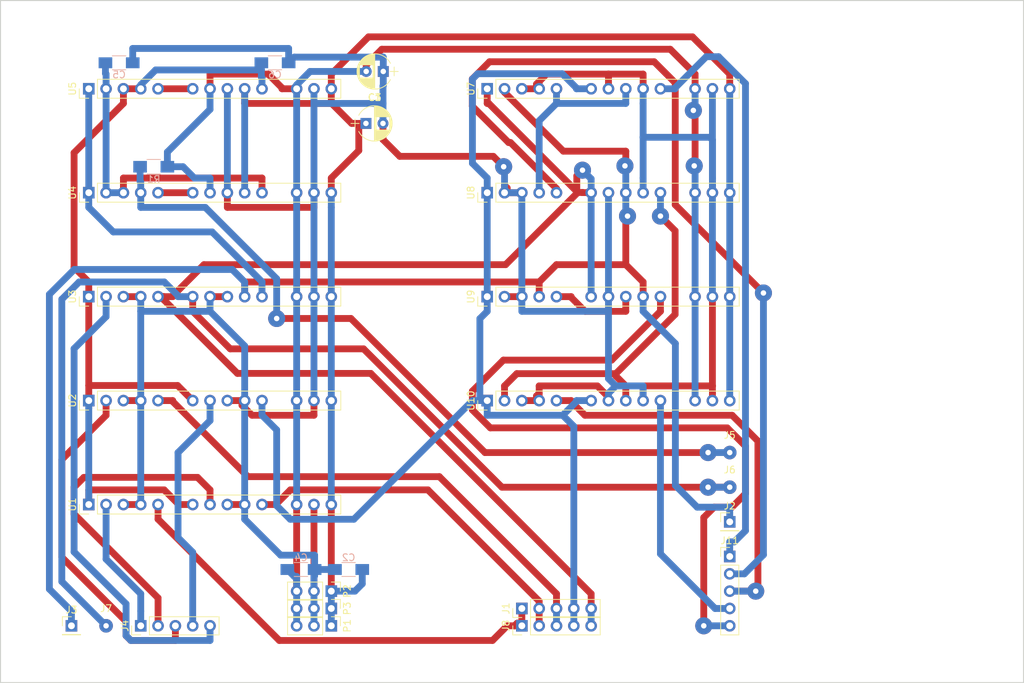
<source format=kicad_pcb>
(kicad_pcb (version 4) (host pcbnew 4.0.7+dfsg1-1)

  (general
    (links 136)
    (no_connects 0)
    (area 14.924999 14.924999 165.075001 115.075001)
    (thickness 1.6)
    (drawings 4)
    (tracks 468)
    (zones 0)
    (modules 28)
    (nets 30)
  )

  (page A4)
  (layers
    (0 F.Cu signal)
    (31 B.Cu signal)
    (33 F.Adhes user)
    (35 F.Paste user)
    (37 F.SilkS user)
    (39 F.Mask user)
    (40 Dwgs.User user)
    (41 Cmts.User user)
    (42 Eco1.User user)
    (43 Eco2.User user)
    (44 Edge.Cuts user)
    (45 Margin user)
    (47 F.CrtYd user)
    (49 F.Fab user)
  )

  (setup
    (last_trace_width 1)
    (trace_clearance 0.8)
    (zone_clearance 0.508)
    (zone_45_only no)
    (trace_min 0.2)
    (segment_width 0.2)
    (edge_width 0.15)
    (via_size 2.5)
    (via_drill 0.8)
    (via_min_size 0.4)
    (via_min_drill 0.3)
    (uvia_size 0.3)
    (uvia_drill 0.1)
    (uvias_allowed no)
    (uvia_min_size 0.2)
    (uvia_min_drill 0.1)
    (pcb_text_width 0.3)
    (pcb_text_size 1.5 1.5)
    (mod_edge_width 0.15)
    (mod_text_size 1 1)
    (mod_text_width 0.15)
    (pad_size 1.524 1.524)
    (pad_drill 0.762)
    (pad_to_mask_clearance 0.2)
    (aux_axis_origin 0 0)
    (visible_elements FFFFFF7F)
    (pcbplotparams
      (layerselection 0x00030_80000001)
      (usegerberextensions false)
      (excludeedgelayer true)
      (linewidth 0.100000)
      (plotframeref false)
      (viasonmask false)
      (mode 1)
      (useauxorigin false)
      (hpglpennumber 1)
      (hpglpenspeed 20)
      (hpglpendiameter 15)
      (hpglpenoverlay 2)
      (psnegative false)
      (psa4output false)
      (plotreference true)
      (plotvalue true)
      (plotinvisibletext false)
      (padsonsilk false)
      (subtractmaskfromsilk false)
      (outputformat 1)
      (mirror false)
      (drillshape 1)
      (scaleselection 1)
      (outputdirectory ""))
  )

  (net 0 "")
  (net 1 +5V)
  (net 2 GNDREF)
  (net 3 -5V)
  (net 4 /OPCODE_0)
  (net 5 /OPCODE_1)
  (net 6 /OPCODE_2)
  (net 7 /OPCODE_3)
  (net 8 /OPCODE_4)
  (net 9 /COUNTER_CLOCK)
  (net 10 /JUMP_CLOCK)
  (net 11 /SKIP_CLOCK)
  (net 12 /OPA_CLOCK)
  (net 13 /COPY_CLOCK)
  (net 14 /MEMWRITE_CLOCK)
  (net 15 "Net-(U3-Pad11)")
  (net 16 "Net-(U4-Pad5)")
  (net 17 "Net-(U5-Pad5)")
  (net 18 "Net-(U7-Pad5)")
  (net 19 "Net-(U10-Pad2)")
  (net 20 "Net-(U9-Pad5)")
  (net 21 "Net-(C5-Pad1)")
  (net 22 /SKIP_NEXT_OP)
  (net 23 /OPCODE_B4_SKIP_0)
  (net 24 /OPCODE_B4_SKIP_1)
  (net 25 /OPCODE_B4_SKIP_2)
  (net 26 /OPCODE_B4_SKIP_3)
  (net 27 /OPCODE_B4_SKIP_4)
  (net 28 "Net-(J5-Pad1)")
  (net 29 /INSTRUCTION_CYCLE)

  (net_class Default "This is the default net class."
    (clearance 0.8)
    (trace_width 1)
    (via_dia 2.5)
    (via_drill 0.8)
    (uvia_dia 0.3)
    (uvia_drill 0.1)
    (add_net +5V)
    (add_net -5V)
    (add_net /COPY_CLOCK)
    (add_net /COUNTER_CLOCK)
    (add_net /INSTRUCTION_CYCLE)
    (add_net /JUMP_CLOCK)
    (add_net /MEMWRITE_CLOCK)
    (add_net /OPA_CLOCK)
    (add_net /OPCODE_0)
    (add_net /OPCODE_1)
    (add_net /OPCODE_2)
    (add_net /OPCODE_3)
    (add_net /OPCODE_4)
    (add_net /OPCODE_B4_SKIP_0)
    (add_net /OPCODE_B4_SKIP_1)
    (add_net /OPCODE_B4_SKIP_2)
    (add_net /OPCODE_B4_SKIP_3)
    (add_net /OPCODE_B4_SKIP_4)
    (add_net /SKIP_CLOCK)
    (add_net /SKIP_NEXT_OP)
    (add_net GNDREF)
    (add_net "Net-(C5-Pad1)")
    (add_net "Net-(J5-Pad1)")
    (add_net "Net-(U10-Pad2)")
    (add_net "Net-(U3-Pad11)")
    (add_net "Net-(U4-Pad5)")
    (add_net "Net-(U5-Pad5)")
    (add_net "Net-(U7-Pad5)")
    (add_net "Net-(U9-Pad5)")
  )

  (module Capacitors_SMD:C_1206_HandSoldering (layer B.Cu) (tedit 58AA84D1) (tstamp 5A22ED10)
    (at 66.04 98.425 180)
    (descr "Capacitor SMD 1206, hand soldering")
    (tags "capacitor 1206")
    (path /5A1EE555)
    (attr smd)
    (fp_text reference C2 (at 0 1.75 180) (layer B.SilkS)
      (effects (font (size 1 1) (thickness 0.15)) (justify mirror))
    )
    (fp_text value .1u (at 0 -2 180) (layer B.Fab)
      (effects (font (size 1 1) (thickness 0.15)) (justify mirror))
    )
    (fp_text user %R (at 0 1.75 180) (layer B.Fab)
      (effects (font (size 1 1) (thickness 0.15)) (justify mirror))
    )
    (fp_line (start -1.6 -0.8) (end -1.6 0.8) (layer B.Fab) (width 0.1))
    (fp_line (start 1.6 -0.8) (end -1.6 -0.8) (layer B.Fab) (width 0.1))
    (fp_line (start 1.6 0.8) (end 1.6 -0.8) (layer B.Fab) (width 0.1))
    (fp_line (start -1.6 0.8) (end 1.6 0.8) (layer B.Fab) (width 0.1))
    (fp_line (start 1 1.02) (end -1 1.02) (layer B.SilkS) (width 0.12))
    (fp_line (start -1 -1.02) (end 1 -1.02) (layer B.SilkS) (width 0.12))
    (fp_line (start -3.25 1.05) (end 3.25 1.05) (layer B.CrtYd) (width 0.05))
    (fp_line (start -3.25 1.05) (end -3.25 -1.05) (layer B.CrtYd) (width 0.05))
    (fp_line (start 3.25 -1.05) (end 3.25 1.05) (layer B.CrtYd) (width 0.05))
    (fp_line (start 3.25 -1.05) (end -3.25 -1.05) (layer B.CrtYd) (width 0.05))
    (pad 1 smd rect (at -2 0 180) (size 2 1.6) (layers B.Cu)
      (net 1 +5V))
    (pad 2 smd rect (at 2 0 180) (size 2 1.6) (layers B.Cu)
      (net 2 GNDREF))
    (model Capacitors_SMD.3dshapes/C_1206.wrl
      (at (xyz 0 0 0))
      (scale (xyz 1 1 1))
      (rotate (xyz 0 0 0))
    )
  )

  (module Capacitors_SMD:C_1206_HandSoldering (layer B.Cu) (tedit 58AA84D1) (tstamp 5A22ED1C)
    (at 59.055 98.425 180)
    (descr "Capacitor SMD 1206, hand soldering")
    (tags "capacitor 1206")
    (path /5A1EE8AA)
    (attr smd)
    (fp_text reference C4 (at 0 1.75 180) (layer B.SilkS)
      (effects (font (size 1 1) (thickness 0.15)) (justify mirror))
    )
    (fp_text value .1u (at 0 -2 180) (layer B.Fab)
      (effects (font (size 1 1) (thickness 0.15)) (justify mirror))
    )
    (fp_text user %R (at 0 1.75 180) (layer B.Fab)
      (effects (font (size 1 1) (thickness 0.15)) (justify mirror))
    )
    (fp_line (start -1.6 -0.8) (end -1.6 0.8) (layer B.Fab) (width 0.1))
    (fp_line (start 1.6 -0.8) (end -1.6 -0.8) (layer B.Fab) (width 0.1))
    (fp_line (start 1.6 0.8) (end 1.6 -0.8) (layer B.Fab) (width 0.1))
    (fp_line (start -1.6 0.8) (end 1.6 0.8) (layer B.Fab) (width 0.1))
    (fp_line (start 1 1.02) (end -1 1.02) (layer B.SilkS) (width 0.12))
    (fp_line (start -1 -1.02) (end 1 -1.02) (layer B.SilkS) (width 0.12))
    (fp_line (start -3.25 1.05) (end 3.25 1.05) (layer B.CrtYd) (width 0.05))
    (fp_line (start -3.25 1.05) (end -3.25 -1.05) (layer B.CrtYd) (width 0.05))
    (fp_line (start 3.25 -1.05) (end 3.25 1.05) (layer B.CrtYd) (width 0.05))
    (fp_line (start 3.25 -1.05) (end -3.25 -1.05) (layer B.CrtYd) (width 0.05))
    (pad 1 smd rect (at -2 0 180) (size 2 1.6) (layers B.Cu)
      (net 2 GNDREF))
    (pad 2 smd rect (at 2 0 180) (size 2 1.6) (layers B.Cu)
      (net 3 -5V))
    (model Capacitors_SMD.3dshapes/C_1206.wrl
      (at (xyz 0 0 0))
      (scale (xyz 1 1 1))
      (rotate (xyz 0 0 0))
    )
  )

  (module Capacitors_SMD:C_1206_HandSoldering (layer B.Cu) (tedit 58AA84D1) (tstamp 5A22ED22)
    (at 32.385 24.13)
    (descr "Capacitor SMD 1206, hand soldering")
    (tags "capacitor 1206")
    (path /5A23245E)
    (attr smd)
    (fp_text reference C5 (at 0 1.75) (layer B.SilkS)
      (effects (font (size 1 1) (thickness 0.15)) (justify mirror))
    )
    (fp_text value .1u (at 0 -2) (layer B.Fab)
      (effects (font (size 1 1) (thickness 0.15)) (justify mirror))
    )
    (fp_text user %R (at 0 1.75) (layer B.Fab)
      (effects (font (size 1 1) (thickness 0.15)) (justify mirror))
    )
    (fp_line (start -1.6 -0.8) (end -1.6 0.8) (layer B.Fab) (width 0.1))
    (fp_line (start 1.6 -0.8) (end -1.6 -0.8) (layer B.Fab) (width 0.1))
    (fp_line (start 1.6 0.8) (end 1.6 -0.8) (layer B.Fab) (width 0.1))
    (fp_line (start -1.6 0.8) (end 1.6 0.8) (layer B.Fab) (width 0.1))
    (fp_line (start 1 1.02) (end -1 1.02) (layer B.SilkS) (width 0.12))
    (fp_line (start -1 -1.02) (end 1 -1.02) (layer B.SilkS) (width 0.12))
    (fp_line (start -3.25 1.05) (end 3.25 1.05) (layer B.CrtYd) (width 0.05))
    (fp_line (start -3.25 1.05) (end -3.25 -1.05) (layer B.CrtYd) (width 0.05))
    (fp_line (start 3.25 -1.05) (end 3.25 1.05) (layer B.CrtYd) (width 0.05))
    (fp_line (start 3.25 -1.05) (end -3.25 -1.05) (layer B.CrtYd) (width 0.05))
    (pad 1 smd rect (at -2 0) (size 2 1.6) (layers B.Cu)
      (net 21 "Net-(C5-Pad1)"))
    (pad 2 smd rect (at 2 0) (size 2 1.6) (layers B.Cu)
      (net 2 GNDREF))
    (model Capacitors_SMD.3dshapes/C_1206.wrl
      (at (xyz 0 0 0))
      (scale (xyz 1 1 1))
      (rotate (xyz 0 0 0))
    )
  )

  (module Capacitors_SMD:C_1206_HandSoldering (layer B.Cu) (tedit 58AA84D1) (tstamp 5A22ED28)
    (at 55.245 24.13)
    (descr "Capacitor SMD 1206, hand soldering")
    (tags "capacitor 1206")
    (path /5A232D51)
    (attr smd)
    (fp_text reference C6 (at 0 1.75) (layer B.SilkS)
      (effects (font (size 1 1) (thickness 0.15)) (justify mirror))
    )
    (fp_text value .1u (at 0 -2) (layer B.Fab)
      (effects (font (size 1 1) (thickness 0.15)) (justify mirror))
    )
    (fp_text user %R (at 0 1.75) (layer B.Fab)
      (effects (font (size 1 1) (thickness 0.15)) (justify mirror))
    )
    (fp_line (start -1.6 -0.8) (end -1.6 0.8) (layer B.Fab) (width 0.1))
    (fp_line (start 1.6 -0.8) (end -1.6 -0.8) (layer B.Fab) (width 0.1))
    (fp_line (start 1.6 0.8) (end 1.6 -0.8) (layer B.Fab) (width 0.1))
    (fp_line (start -1.6 0.8) (end 1.6 0.8) (layer B.Fab) (width 0.1))
    (fp_line (start 1 1.02) (end -1 1.02) (layer B.SilkS) (width 0.12))
    (fp_line (start -1 -1.02) (end 1 -1.02) (layer B.SilkS) (width 0.12))
    (fp_line (start -3.25 1.05) (end 3.25 1.05) (layer B.CrtYd) (width 0.05))
    (fp_line (start -3.25 1.05) (end -3.25 -1.05) (layer B.CrtYd) (width 0.05))
    (fp_line (start 3.25 -1.05) (end 3.25 1.05) (layer B.CrtYd) (width 0.05))
    (fp_line (start 3.25 -1.05) (end -3.25 -1.05) (layer B.CrtYd) (width 0.05))
    (pad 1 smd rect (at -2 0) (size 2 1.6) (layers B.Cu)
      (net 22 /SKIP_NEXT_OP))
    (pad 2 smd rect (at 2 0) (size 2 1.6) (layers B.Cu)
      (net 2 GNDREF))
    (model Capacitors_SMD.3dshapes/C_1206.wrl
      (at (xyz 0 0 0))
      (scale (xyz 1 1 1))
      (rotate (xyz 0 0 0))
    )
  )

  (module Pin_Headers:Pin_Header_Straight_1x05_Pitch2.54mm (layer F.Cu) (tedit 59650532) (tstamp 5A22ED31)
    (at 91.44 104.14 90)
    (descr "Through hole straight pin header, 1x05, 2.54mm pitch, single row")
    (tags "Through hole pin header THT 1x05 2.54mm single row")
    (path /5A22EC44)
    (fp_text reference J1 (at 0 -2.33 90) (layer F.SilkS)
      (effects (font (size 1 1) (thickness 0.15)))
    )
    (fp_text value Conn_01x05 (at 0 12.49 90) (layer F.Fab)
      (effects (font (size 1 1) (thickness 0.15)))
    )
    (fp_line (start -0.635 -1.27) (end 1.27 -1.27) (layer F.Fab) (width 0.1))
    (fp_line (start 1.27 -1.27) (end 1.27 11.43) (layer F.Fab) (width 0.1))
    (fp_line (start 1.27 11.43) (end -1.27 11.43) (layer F.Fab) (width 0.1))
    (fp_line (start -1.27 11.43) (end -1.27 -0.635) (layer F.Fab) (width 0.1))
    (fp_line (start -1.27 -0.635) (end -0.635 -1.27) (layer F.Fab) (width 0.1))
    (fp_line (start -1.33 11.49) (end 1.33 11.49) (layer F.SilkS) (width 0.12))
    (fp_line (start -1.33 1.27) (end -1.33 11.49) (layer F.SilkS) (width 0.12))
    (fp_line (start 1.33 1.27) (end 1.33 11.49) (layer F.SilkS) (width 0.12))
    (fp_line (start -1.33 1.27) (end 1.33 1.27) (layer F.SilkS) (width 0.12))
    (fp_line (start -1.33 0) (end -1.33 -1.33) (layer F.SilkS) (width 0.12))
    (fp_line (start -1.33 -1.33) (end 0 -1.33) (layer F.SilkS) (width 0.12))
    (fp_line (start -1.8 -1.8) (end -1.8 11.95) (layer F.CrtYd) (width 0.05))
    (fp_line (start -1.8 11.95) (end 1.8 11.95) (layer F.CrtYd) (width 0.05))
    (fp_line (start 1.8 11.95) (end 1.8 -1.8) (layer F.CrtYd) (width 0.05))
    (fp_line (start 1.8 -1.8) (end -1.8 -1.8) (layer F.CrtYd) (width 0.05))
    (fp_text user %R (at 0 5.08 180) (layer F.Fab)
      (effects (font (size 1 1) (thickness 0.15)))
    )
    (pad 1 thru_hole rect (at 0 0 90) (size 1.7 1.7) (drill 1) (layers *.Cu *.Mask)
      (net 4 /OPCODE_0))
    (pad 2 thru_hole oval (at 0 2.54 90) (size 1.7 1.7) (drill 1) (layers *.Cu *.Mask)
      (net 5 /OPCODE_1))
    (pad 3 thru_hole oval (at 0 5.08 90) (size 1.7 1.7) (drill 1) (layers *.Cu *.Mask)
      (net 6 /OPCODE_2))
    (pad 4 thru_hole oval (at 0 7.62 90) (size 1.7 1.7) (drill 1) (layers *.Cu *.Mask)
      (net 7 /OPCODE_3))
    (pad 5 thru_hole oval (at 0 10.16 90) (size 1.7 1.7) (drill 1) (layers *.Cu *.Mask)
      (net 8 /OPCODE_4))
    (model ${KISYS3DMOD}/Pin_Headers.3dshapes/Pin_Header_Straight_1x05_Pitch2.54mm.wrl
      (at (xyz 0 0 0))
      (scale (xyz 1 1 1))
      (rotate (xyz 0 0 0))
    )
  )

  (module Pin_Headers:Pin_Header_Straight_1x01_Pitch2.54mm (layer F.Cu) (tedit 59650532) (tstamp 5A22ED36)
    (at 121.92 91.44)
    (descr "Through hole straight pin header, 1x01, 2.54mm pitch, single row")
    (tags "Through hole pin header THT 1x01 2.54mm single row")
    (path /5A22F9CE)
    (fp_text reference J2 (at 0 -2.33) (layer F.SilkS)
      (effects (font (size 1 1) (thickness 0.15)))
    )
    (fp_text value Conn_01x01 (at 0 2.33) (layer F.Fab)
      (effects (font (size 1 1) (thickness 0.15)))
    )
    (fp_line (start -0.635 -1.27) (end 1.27 -1.27) (layer F.Fab) (width 0.1))
    (fp_line (start 1.27 -1.27) (end 1.27 1.27) (layer F.Fab) (width 0.1))
    (fp_line (start 1.27 1.27) (end -1.27 1.27) (layer F.Fab) (width 0.1))
    (fp_line (start -1.27 1.27) (end -1.27 -0.635) (layer F.Fab) (width 0.1))
    (fp_line (start -1.27 -0.635) (end -0.635 -1.27) (layer F.Fab) (width 0.1))
    (fp_line (start -1.33 1.33) (end 1.33 1.33) (layer F.SilkS) (width 0.12))
    (fp_line (start -1.33 1.27) (end -1.33 1.33) (layer F.SilkS) (width 0.12))
    (fp_line (start 1.33 1.27) (end 1.33 1.33) (layer F.SilkS) (width 0.12))
    (fp_line (start -1.33 1.27) (end 1.33 1.27) (layer F.SilkS) (width 0.12))
    (fp_line (start -1.33 0) (end -1.33 -1.33) (layer F.SilkS) (width 0.12))
    (fp_line (start -1.33 -1.33) (end 0 -1.33) (layer F.SilkS) (width 0.12))
    (fp_line (start -1.8 -1.8) (end -1.8 1.8) (layer F.CrtYd) (width 0.05))
    (fp_line (start -1.8 1.8) (end 1.8 1.8) (layer F.CrtYd) (width 0.05))
    (fp_line (start 1.8 1.8) (end 1.8 -1.8) (layer F.CrtYd) (width 0.05))
    (fp_line (start 1.8 -1.8) (end -1.8 -1.8) (layer F.CrtYd) (width 0.05))
    (fp_text user %R (at 0 0 90) (layer F.Fab)
      (effects (font (size 1 1) (thickness 0.15)))
    )
    (pad 1 thru_hole rect (at 0 0) (size 1.7 1.7) (drill 1) (layers *.Cu *.Mask)
      (net 9 /COUNTER_CLOCK))
    (model ${KISYS3DMOD}/Pin_Headers.3dshapes/Pin_Header_Straight_1x01_Pitch2.54mm.wrl
      (at (xyz 0 0 0))
      (scale (xyz 1 1 1))
      (rotate (xyz 0 0 0))
    )
  )

  (module Pin_Headers:Pin_Header_Straight_1x01_Pitch2.54mm (layer F.Cu) (tedit 59650532) (tstamp 5A22ED3B)
    (at 25.4 106.68)
    (descr "Through hole straight pin header, 1x01, 2.54mm pitch, single row")
    (tags "Through hole pin header THT 1x01 2.54mm single row")
    (path /5A22F836)
    (fp_text reference J3 (at 0 -2.33) (layer F.SilkS)
      (effects (font (size 1 1) (thickness 0.15)))
    )
    (fp_text value Conn_01x01 (at 0 2.33) (layer F.Fab)
      (effects (font (size 1 1) (thickness 0.15)))
    )
    (fp_line (start -0.635 -1.27) (end 1.27 -1.27) (layer F.Fab) (width 0.1))
    (fp_line (start 1.27 -1.27) (end 1.27 1.27) (layer F.Fab) (width 0.1))
    (fp_line (start 1.27 1.27) (end -1.27 1.27) (layer F.Fab) (width 0.1))
    (fp_line (start -1.27 1.27) (end -1.27 -0.635) (layer F.Fab) (width 0.1))
    (fp_line (start -1.27 -0.635) (end -0.635 -1.27) (layer F.Fab) (width 0.1))
    (fp_line (start -1.33 1.33) (end 1.33 1.33) (layer F.SilkS) (width 0.12))
    (fp_line (start -1.33 1.27) (end -1.33 1.33) (layer F.SilkS) (width 0.12))
    (fp_line (start 1.33 1.27) (end 1.33 1.33) (layer F.SilkS) (width 0.12))
    (fp_line (start -1.33 1.27) (end 1.33 1.27) (layer F.SilkS) (width 0.12))
    (fp_line (start -1.33 0) (end -1.33 -1.33) (layer F.SilkS) (width 0.12))
    (fp_line (start -1.33 -1.33) (end 0 -1.33) (layer F.SilkS) (width 0.12))
    (fp_line (start -1.8 -1.8) (end -1.8 1.8) (layer F.CrtYd) (width 0.05))
    (fp_line (start -1.8 1.8) (end 1.8 1.8) (layer F.CrtYd) (width 0.05))
    (fp_line (start 1.8 1.8) (end 1.8 -1.8) (layer F.CrtYd) (width 0.05))
    (fp_line (start 1.8 -1.8) (end -1.8 -1.8) (layer F.CrtYd) (width 0.05))
    (fp_text user %R (at 0 0 90) (layer F.Fab)
      (effects (font (size 1 1) (thickness 0.15)))
    )
    (pad 1 thru_hole rect (at 0 0) (size 1.7 1.7) (drill 1) (layers *.Cu *.Mask)
      (net 9 /COUNTER_CLOCK))
    (model ${KISYS3DMOD}/Pin_Headers.3dshapes/Pin_Header_Straight_1x01_Pitch2.54mm.wrl
      (at (xyz 0 0 0))
      (scale (xyz 1 1 1))
      (rotate (xyz 0 0 0))
    )
  )

  (module Pin_Headers:Pin_Header_Straight_1x05_Pitch2.54mm (layer F.Cu) (tedit 59650532) (tstamp 5A22ED44)
    (at 35.56 106.68 90)
    (descr "Through hole straight pin header, 1x05, 2.54mm pitch, single row")
    (tags "Through hole pin header THT 1x05 2.54mm single row")
    (path /5A23A7DC)
    (fp_text reference J4 (at 0 -2.33 90) (layer F.SilkS)
      (effects (font (size 1 1) (thickness 0.15)))
    )
    (fp_text value Conn_01x05 (at 0 12.49 90) (layer F.Fab)
      (effects (font (size 1 1) (thickness 0.15)))
    )
    (fp_line (start -0.635 -1.27) (end 1.27 -1.27) (layer F.Fab) (width 0.1))
    (fp_line (start 1.27 -1.27) (end 1.27 11.43) (layer F.Fab) (width 0.1))
    (fp_line (start 1.27 11.43) (end -1.27 11.43) (layer F.Fab) (width 0.1))
    (fp_line (start -1.27 11.43) (end -1.27 -0.635) (layer F.Fab) (width 0.1))
    (fp_line (start -1.27 -0.635) (end -0.635 -1.27) (layer F.Fab) (width 0.1))
    (fp_line (start -1.33 11.49) (end 1.33 11.49) (layer F.SilkS) (width 0.12))
    (fp_line (start -1.33 1.27) (end -1.33 11.49) (layer F.SilkS) (width 0.12))
    (fp_line (start 1.33 1.27) (end 1.33 11.49) (layer F.SilkS) (width 0.12))
    (fp_line (start -1.33 1.27) (end 1.33 1.27) (layer F.SilkS) (width 0.12))
    (fp_line (start -1.33 0) (end -1.33 -1.33) (layer F.SilkS) (width 0.12))
    (fp_line (start -1.33 -1.33) (end 0 -1.33) (layer F.SilkS) (width 0.12))
    (fp_line (start -1.8 -1.8) (end -1.8 11.95) (layer F.CrtYd) (width 0.05))
    (fp_line (start -1.8 11.95) (end 1.8 11.95) (layer F.CrtYd) (width 0.05))
    (fp_line (start 1.8 11.95) (end 1.8 -1.8) (layer F.CrtYd) (width 0.05))
    (fp_line (start 1.8 -1.8) (end -1.8 -1.8) (layer F.CrtYd) (width 0.05))
    (fp_text user %R (at 0 5.08 180) (layer F.Fab)
      (effects (font (size 1 1) (thickness 0.15)))
    )
    (pad 1 thru_hole rect (at 0 0 90) (size 1.7 1.7) (drill 1) (layers *.Cu *.Mask)
      (net 23 /OPCODE_B4_SKIP_0))
    (pad 2 thru_hole oval (at 0 2.54 90) (size 1.7 1.7) (drill 1) (layers *.Cu *.Mask)
      (net 24 /OPCODE_B4_SKIP_1))
    (pad 3 thru_hole oval (at 0 5.08 90) (size 1.7 1.7) (drill 1) (layers *.Cu *.Mask)
      (net 25 /OPCODE_B4_SKIP_2))
    (pad 4 thru_hole oval (at 0 7.62 90) (size 1.7 1.7) (drill 1) (layers *.Cu *.Mask)
      (net 26 /OPCODE_B4_SKIP_3))
    (pad 5 thru_hole oval (at 0 10.16 90) (size 1.7 1.7) (drill 1) (layers *.Cu *.Mask)
      (net 27 /OPCODE_B4_SKIP_4))
    (model ${KISYS3DMOD}/Pin_Headers.3dshapes/Pin_Header_Straight_1x05_Pitch2.54mm.wrl
      (at (xyz 0 0 0))
      (scale (xyz 1 1 1))
      (rotate (xyz 0 0 0))
    )
  )

  (module Wire_Pads:SolderWirePad_single_0-8mmDrill (layer F.Cu) (tedit 0) (tstamp 5A22ED49)
    (at 121.92 81.28)
    (path /5A234106)
    (fp_text reference J5 (at 0 -2.54) (layer F.SilkS)
      (effects (font (size 1 1) (thickness 0.15)))
    )
    (fp_text value Conn_01x01 (at 0 2.54) (layer F.Fab)
      (effects (font (size 1 1) (thickness 0.15)))
    )
    (pad 1 thru_hole circle (at 0 0) (size 1.99898 1.99898) (drill 0.8001) (layers *.Cu *.Mask)
      (net 28 "Net-(J5-Pad1)"))
  )

  (module Wire_Pads:SolderWirePad_single_0-8mmDrill (layer F.Cu) (tedit 0) (tstamp 5A22ED53)
    (at 30.48 106.68)
    (path /5A23BCF2)
    (fp_text reference J7 (at 0 -2.54) (layer F.SilkS)
      (effects (font (size 1 1) (thickness 0.15)))
    )
    (fp_text value Conn_01x01 (at 0 2.54) (layer F.Fab)
      (effects (font (size 1 1) (thickness 0.15)))
    )
    (pad 1 thru_hole circle (at 0 0) (size 1.99898 1.99898) (drill 0.8001) (layers *.Cu *.Mask)
      (net 29 /INSTRUCTION_CYCLE))
  )

  (module Pin_Headers:Pin_Header_Straight_1x05_Pitch2.54mm (layer F.Cu) (tedit 59650532) (tstamp 5A22ED5C)
    (at 91.44 106.68 90)
    (descr "Through hole straight pin header, 1x05, 2.54mm pitch, single row")
    (tags "Through hole pin header THT 1x05 2.54mm single row")
    (path /5A1F6ACF)
    (fp_text reference J8 (at 0 -2.33 90) (layer F.SilkS)
      (effects (font (size 1 1) (thickness 0.15)))
    )
    (fp_text value Conn_01x05 (at 0 12.49 90) (layer F.Fab)
      (effects (font (size 1 1) (thickness 0.15)))
    )
    (fp_line (start -0.635 -1.27) (end 1.27 -1.27) (layer F.Fab) (width 0.1))
    (fp_line (start 1.27 -1.27) (end 1.27 11.43) (layer F.Fab) (width 0.1))
    (fp_line (start 1.27 11.43) (end -1.27 11.43) (layer F.Fab) (width 0.1))
    (fp_line (start -1.27 11.43) (end -1.27 -0.635) (layer F.Fab) (width 0.1))
    (fp_line (start -1.27 -0.635) (end -0.635 -1.27) (layer F.Fab) (width 0.1))
    (fp_line (start -1.33 11.49) (end 1.33 11.49) (layer F.SilkS) (width 0.12))
    (fp_line (start -1.33 1.27) (end -1.33 11.49) (layer F.SilkS) (width 0.12))
    (fp_line (start 1.33 1.27) (end 1.33 11.49) (layer F.SilkS) (width 0.12))
    (fp_line (start -1.33 1.27) (end 1.33 1.27) (layer F.SilkS) (width 0.12))
    (fp_line (start -1.33 0) (end -1.33 -1.33) (layer F.SilkS) (width 0.12))
    (fp_line (start -1.33 -1.33) (end 0 -1.33) (layer F.SilkS) (width 0.12))
    (fp_line (start -1.8 -1.8) (end -1.8 11.95) (layer F.CrtYd) (width 0.05))
    (fp_line (start -1.8 11.95) (end 1.8 11.95) (layer F.CrtYd) (width 0.05))
    (fp_line (start 1.8 11.95) (end 1.8 -1.8) (layer F.CrtYd) (width 0.05))
    (fp_line (start 1.8 -1.8) (end -1.8 -1.8) (layer F.CrtYd) (width 0.05))
    (fp_text user %R (at 0 5.08 180) (layer F.Fab)
      (effects (font (size 1 1) (thickness 0.15)))
    )
    (pad 1 thru_hole rect (at 0 0 90) (size 1.7 1.7) (drill 1) (layers *.Cu *.Mask)
      (net 4 /OPCODE_0))
    (pad 2 thru_hole oval (at 0 2.54 90) (size 1.7 1.7) (drill 1) (layers *.Cu *.Mask)
      (net 5 /OPCODE_1))
    (pad 3 thru_hole oval (at 0 5.08 90) (size 1.7 1.7) (drill 1) (layers *.Cu *.Mask)
      (net 6 /OPCODE_2))
    (pad 4 thru_hole oval (at 0 7.62 90) (size 1.7 1.7) (drill 1) (layers *.Cu *.Mask)
      (net 7 /OPCODE_3))
    (pad 5 thru_hole oval (at 0 10.16 90) (size 1.7 1.7) (drill 1) (layers *.Cu *.Mask)
      (net 8 /OPCODE_4))
    (model ${KISYS3DMOD}/Pin_Headers.3dshapes/Pin_Header_Straight_1x05_Pitch2.54mm.wrl
      (at (xyz 0 0 0))
      (scale (xyz 1 1 1))
      (rotate (xyz 0 0 0))
    )
  )

  (module Pin_Headers:Pin_Header_Straight_1x05_Pitch2.54mm (layer F.Cu) (tedit 59650532) (tstamp 5A22ED6A)
    (at 121.92 96.52)
    (descr "Through hole straight pin header, 1x05, 2.54mm pitch, single row")
    (tags "Through hole pin header THT 1x05 2.54mm single row")
    (path /5A2201A5)
    (fp_text reference J11 (at 0 -2.33) (layer F.SilkS)
      (effects (font (size 1 1) (thickness 0.15)))
    )
    (fp_text value Conn_01x05 (at 0 12.49) (layer F.Fab)
      (effects (font (size 1 1) (thickness 0.15)))
    )
    (fp_line (start -0.635 -1.27) (end 1.27 -1.27) (layer F.Fab) (width 0.1))
    (fp_line (start 1.27 -1.27) (end 1.27 11.43) (layer F.Fab) (width 0.1))
    (fp_line (start 1.27 11.43) (end -1.27 11.43) (layer F.Fab) (width 0.1))
    (fp_line (start -1.27 11.43) (end -1.27 -0.635) (layer F.Fab) (width 0.1))
    (fp_line (start -1.27 -0.635) (end -0.635 -1.27) (layer F.Fab) (width 0.1))
    (fp_line (start -1.33 11.49) (end 1.33 11.49) (layer F.SilkS) (width 0.12))
    (fp_line (start -1.33 1.27) (end -1.33 11.49) (layer F.SilkS) (width 0.12))
    (fp_line (start 1.33 1.27) (end 1.33 11.49) (layer F.SilkS) (width 0.12))
    (fp_line (start -1.33 1.27) (end 1.33 1.27) (layer F.SilkS) (width 0.12))
    (fp_line (start -1.33 0) (end -1.33 -1.33) (layer F.SilkS) (width 0.12))
    (fp_line (start -1.33 -1.33) (end 0 -1.33) (layer F.SilkS) (width 0.12))
    (fp_line (start -1.8 -1.8) (end -1.8 11.95) (layer F.CrtYd) (width 0.05))
    (fp_line (start -1.8 11.95) (end 1.8 11.95) (layer F.CrtYd) (width 0.05))
    (fp_line (start 1.8 11.95) (end 1.8 -1.8) (layer F.CrtYd) (width 0.05))
    (fp_line (start 1.8 -1.8) (end -1.8 -1.8) (layer F.CrtYd) (width 0.05))
    (fp_text user %R (at 0 5.08 90) (layer F.Fab)
      (effects (font (size 1 1) (thickness 0.15)))
    )
    (pad 1 thru_hole rect (at 0 0) (size 1.7 1.7) (drill 1) (layers *.Cu *.Mask)
      (net 10 /JUMP_CLOCK))
    (pad 2 thru_hole oval (at 0 2.54) (size 1.7 1.7) (drill 1) (layers *.Cu *.Mask)
      (net 11 /SKIP_CLOCK))
    (pad 3 thru_hole oval (at 0 5.08) (size 1.7 1.7) (drill 1) (layers *.Cu *.Mask)
      (net 12 /OPA_CLOCK))
    (pad 4 thru_hole oval (at 0 7.62) (size 1.7 1.7) (drill 1) (layers *.Cu *.Mask)
      (net 13 /COPY_CLOCK))
    (pad 5 thru_hole oval (at 0 10.16) (size 1.7 1.7) (drill 1) (layers *.Cu *.Mask)
      (net 14 /MEMWRITE_CLOCK))
    (model ${KISYS3DMOD}/Pin_Headers.3dshapes/Pin_Header_Straight_1x05_Pitch2.54mm.wrl
      (at (xyz 0 0 0))
      (scale (xyz 1 1 1))
      (rotate (xyz 0 0 0))
    )
  )

  (module Pin_Headers:Pin_Header_Straight_1x03_Pitch2.54mm (layer F.Cu) (tedit 59650532) (tstamp 5A22ED71)
    (at 63.5 106.68 270)
    (descr "Through hole straight pin header, 1x03, 2.54mm pitch, single row")
    (tags "Through hole pin header THT 1x03 2.54mm single row")
    (path /5A1EE26B)
    (fp_text reference P1 (at 0 -2.33 270) (layer F.SilkS)
      (effects (font (size 1 1) (thickness 0.15)))
    )
    (fp_text value CONN_01X03 (at 0 7.41 270) (layer F.Fab)
      (effects (font (size 1 1) (thickness 0.15)))
    )
    (fp_line (start -0.635 -1.27) (end 1.27 -1.27) (layer F.Fab) (width 0.1))
    (fp_line (start 1.27 -1.27) (end 1.27 6.35) (layer F.Fab) (width 0.1))
    (fp_line (start 1.27 6.35) (end -1.27 6.35) (layer F.Fab) (width 0.1))
    (fp_line (start -1.27 6.35) (end -1.27 -0.635) (layer F.Fab) (width 0.1))
    (fp_line (start -1.27 -0.635) (end -0.635 -1.27) (layer F.Fab) (width 0.1))
    (fp_line (start -1.33 6.41) (end 1.33 6.41) (layer F.SilkS) (width 0.12))
    (fp_line (start -1.33 1.27) (end -1.33 6.41) (layer F.SilkS) (width 0.12))
    (fp_line (start 1.33 1.27) (end 1.33 6.41) (layer F.SilkS) (width 0.12))
    (fp_line (start -1.33 1.27) (end 1.33 1.27) (layer F.SilkS) (width 0.12))
    (fp_line (start -1.33 0) (end -1.33 -1.33) (layer F.SilkS) (width 0.12))
    (fp_line (start -1.33 -1.33) (end 0 -1.33) (layer F.SilkS) (width 0.12))
    (fp_line (start -1.8 -1.8) (end -1.8 6.85) (layer F.CrtYd) (width 0.05))
    (fp_line (start -1.8 6.85) (end 1.8 6.85) (layer F.CrtYd) (width 0.05))
    (fp_line (start 1.8 6.85) (end 1.8 -1.8) (layer F.CrtYd) (width 0.05))
    (fp_line (start 1.8 -1.8) (end -1.8 -1.8) (layer F.CrtYd) (width 0.05))
    (fp_text user %R (at 0 2.54 360) (layer F.Fab)
      (effects (font (size 1 1) (thickness 0.15)))
    )
    (pad 1 thru_hole rect (at 0 0 270) (size 1.7 1.7) (drill 1) (layers *.Cu *.Mask)
      (net 1 +5V))
    (pad 2 thru_hole oval (at 0 2.54 270) (size 1.7 1.7) (drill 1) (layers *.Cu *.Mask)
      (net 2 GNDREF))
    (pad 3 thru_hole oval (at 0 5.08 270) (size 1.7 1.7) (drill 1) (layers *.Cu *.Mask)
      (net 3 -5V))
    (model ${KISYS3DMOD}/Pin_Headers.3dshapes/Pin_Header_Straight_1x03_Pitch2.54mm.wrl
      (at (xyz 0 0 0))
      (scale (xyz 1 1 1))
      (rotate (xyz 0 0 0))
    )
  )

  (module Pin_Headers:Pin_Header_Straight_1x03_Pitch2.54mm (layer F.Cu) (tedit 59650532) (tstamp 5A22ED78)
    (at 63.5 101.6 270)
    (descr "Through hole straight pin header, 1x03, 2.54mm pitch, single row")
    (tags "Through hole pin header THT 1x03 2.54mm single row")
    (path /5A227628)
    (fp_text reference P2 (at 0 -2.33 270) (layer F.SilkS)
      (effects (font (size 1 1) (thickness 0.15)))
    )
    (fp_text value CONN_01X03 (at 0 7.41 270) (layer F.Fab)
      (effects (font (size 1 1) (thickness 0.15)))
    )
    (fp_line (start -0.635 -1.27) (end 1.27 -1.27) (layer F.Fab) (width 0.1))
    (fp_line (start 1.27 -1.27) (end 1.27 6.35) (layer F.Fab) (width 0.1))
    (fp_line (start 1.27 6.35) (end -1.27 6.35) (layer F.Fab) (width 0.1))
    (fp_line (start -1.27 6.35) (end -1.27 -0.635) (layer F.Fab) (width 0.1))
    (fp_line (start -1.27 -0.635) (end -0.635 -1.27) (layer F.Fab) (width 0.1))
    (fp_line (start -1.33 6.41) (end 1.33 6.41) (layer F.SilkS) (width 0.12))
    (fp_line (start -1.33 1.27) (end -1.33 6.41) (layer F.SilkS) (width 0.12))
    (fp_line (start 1.33 1.27) (end 1.33 6.41) (layer F.SilkS) (width 0.12))
    (fp_line (start -1.33 1.27) (end 1.33 1.27) (layer F.SilkS) (width 0.12))
    (fp_line (start -1.33 0) (end -1.33 -1.33) (layer F.SilkS) (width 0.12))
    (fp_line (start -1.33 -1.33) (end 0 -1.33) (layer F.SilkS) (width 0.12))
    (fp_line (start -1.8 -1.8) (end -1.8 6.85) (layer F.CrtYd) (width 0.05))
    (fp_line (start -1.8 6.85) (end 1.8 6.85) (layer F.CrtYd) (width 0.05))
    (fp_line (start 1.8 6.85) (end 1.8 -1.8) (layer F.CrtYd) (width 0.05))
    (fp_line (start 1.8 -1.8) (end -1.8 -1.8) (layer F.CrtYd) (width 0.05))
    (fp_text user %R (at 0 2.54 360) (layer F.Fab)
      (effects (font (size 1 1) (thickness 0.15)))
    )
    (pad 1 thru_hole rect (at 0 0 270) (size 1.7 1.7) (drill 1) (layers *.Cu *.Mask)
      (net 1 +5V))
    (pad 2 thru_hole oval (at 0 2.54 270) (size 1.7 1.7) (drill 1) (layers *.Cu *.Mask)
      (net 2 GNDREF))
    (pad 3 thru_hole oval (at 0 5.08 270) (size 1.7 1.7) (drill 1) (layers *.Cu *.Mask)
      (net 3 -5V))
    (model ${KISYS3DMOD}/Pin_Headers.3dshapes/Pin_Header_Straight_1x03_Pitch2.54mm.wrl
      (at (xyz 0 0 0))
      (scale (xyz 1 1 1))
      (rotate (xyz 0 0 0))
    )
  )

  (module Pin_Headers:Pin_Header_Straight_1x03_Pitch2.54mm (layer F.Cu) (tedit 59650532) (tstamp 5A22ED7F)
    (at 63.5 104.14 270)
    (descr "Through hole straight pin header, 1x03, 2.54mm pitch, single row")
    (tags "Through hole pin header THT 1x03 2.54mm single row")
    (path /5A22754B)
    (fp_text reference P3 (at 0 -2.33 270) (layer F.SilkS)
      (effects (font (size 1 1) (thickness 0.15)))
    )
    (fp_text value CONN_01X03 (at 0 7.41 270) (layer F.Fab)
      (effects (font (size 1 1) (thickness 0.15)))
    )
    (fp_line (start -0.635 -1.27) (end 1.27 -1.27) (layer F.Fab) (width 0.1))
    (fp_line (start 1.27 -1.27) (end 1.27 6.35) (layer F.Fab) (width 0.1))
    (fp_line (start 1.27 6.35) (end -1.27 6.35) (layer F.Fab) (width 0.1))
    (fp_line (start -1.27 6.35) (end -1.27 -0.635) (layer F.Fab) (width 0.1))
    (fp_line (start -1.27 -0.635) (end -0.635 -1.27) (layer F.Fab) (width 0.1))
    (fp_line (start -1.33 6.41) (end 1.33 6.41) (layer F.SilkS) (width 0.12))
    (fp_line (start -1.33 1.27) (end -1.33 6.41) (layer F.SilkS) (width 0.12))
    (fp_line (start 1.33 1.27) (end 1.33 6.41) (layer F.SilkS) (width 0.12))
    (fp_line (start -1.33 1.27) (end 1.33 1.27) (layer F.SilkS) (width 0.12))
    (fp_line (start -1.33 0) (end -1.33 -1.33) (layer F.SilkS) (width 0.12))
    (fp_line (start -1.33 -1.33) (end 0 -1.33) (layer F.SilkS) (width 0.12))
    (fp_line (start -1.8 -1.8) (end -1.8 6.85) (layer F.CrtYd) (width 0.05))
    (fp_line (start -1.8 6.85) (end 1.8 6.85) (layer F.CrtYd) (width 0.05))
    (fp_line (start 1.8 6.85) (end 1.8 -1.8) (layer F.CrtYd) (width 0.05))
    (fp_line (start 1.8 -1.8) (end -1.8 -1.8) (layer F.CrtYd) (width 0.05))
    (fp_text user %R (at 0 2.54 360) (layer F.Fab)
      (effects (font (size 1 1) (thickness 0.15)))
    )
    (pad 1 thru_hole rect (at 0 0 270) (size 1.7 1.7) (drill 1) (layers *.Cu *.Mask)
      (net 1 +5V))
    (pad 2 thru_hole oval (at 0 2.54 270) (size 1.7 1.7) (drill 1) (layers *.Cu *.Mask)
      (net 2 GNDREF))
    (pad 3 thru_hole oval (at 0 5.08 270) (size 1.7 1.7) (drill 1) (layers *.Cu *.Mask)
      (net 3 -5V))
    (model ${KISYS3DMOD}/Pin_Headers.3dshapes/Pin_Header_Straight_1x03_Pitch2.54mm.wrl
      (at (xyz 0 0 0))
      (scale (xyz 1 1 1))
      (rotate (xyz 0 0 0))
    )
  )

  (module Resistors_SMD:R_1206_HandSoldering (layer B.Cu) (tedit 58E0A804) (tstamp 5A22ED85)
    (at 37.465 39.37)
    (descr "Resistor SMD 1206, hand soldering")
    (tags "resistor 1206")
    (path /5A2344D1)
    (attr smd)
    (fp_text reference R1 (at 0 1.85) (layer B.SilkS)
      (effects (font (size 1 1) (thickness 0.15)) (justify mirror))
    )
    (fp_text value 10k (at 0 -1.9) (layer B.Fab)
      (effects (font (size 1 1) (thickness 0.15)) (justify mirror))
    )
    (fp_text user %R (at 0 0) (layer B.Fab)
      (effects (font (size 0.7 0.7) (thickness 0.105)) (justify mirror))
    )
    (fp_line (start -1.6 -0.8) (end -1.6 0.8) (layer B.Fab) (width 0.1))
    (fp_line (start 1.6 -0.8) (end -1.6 -0.8) (layer B.Fab) (width 0.1))
    (fp_line (start 1.6 0.8) (end 1.6 -0.8) (layer B.Fab) (width 0.1))
    (fp_line (start -1.6 0.8) (end 1.6 0.8) (layer B.Fab) (width 0.1))
    (fp_line (start 1 -1.07) (end -1 -1.07) (layer B.SilkS) (width 0.12))
    (fp_line (start -1 1.07) (end 1 1.07) (layer B.SilkS) (width 0.12))
    (fp_line (start -3.25 1.11) (end 3.25 1.11) (layer B.CrtYd) (width 0.05))
    (fp_line (start -3.25 1.11) (end -3.25 -1.1) (layer B.CrtYd) (width 0.05))
    (fp_line (start 3.25 -1.1) (end 3.25 1.11) (layer B.CrtYd) (width 0.05))
    (fp_line (start 3.25 -1.1) (end -3.25 -1.1) (layer B.CrtYd) (width 0.05))
    (pad 1 smd rect (at -2 0) (size 2 1.7) (layers B.Cu)
      (net 28 "Net-(J5-Pad1)"))
    (pad 2 smd rect (at 2 0) (size 2 1.7) (layers B.Cu)
      (net 3 -5V))
    (model ${KISYS3DMOD}/Resistors_SMD.3dshapes/R_1206.wrl
      (at (xyz 0 0 0))
      (scale (xyz 1 1 1))
      (rotate (xyz 0 0 0))
    )
  )

  (module trimux:trimux1x15_2.54 (layer F.Cu) (tedit 58C42BC0) (tstamp 5A22ED96)
    (at 27.94 88.9 90)
    (descr "Through hole straight pin header, 1x15, 2.54mm pitch, single row")
    (tags "Through hole pin header THT 1x15 2.54mm single row")
    (path /5A23542C)
    (fp_text reference U1 (at 0 -2.39 90) (layer F.SilkS)
      (effects (font (size 1 1) (thickness 0.15)))
    )
    (fp_text value trimux (at 0 37.95 90) (layer F.Fab)
      (effects (font (size 1 1) (thickness 0.15)))
    )
    (fp_line (start -1.27 -1.27) (end -1.27 36.83) (layer F.Fab) (width 0.1))
    (fp_line (start -1.27 36.83) (end 1.27 36.83) (layer F.Fab) (width 0.1))
    (fp_line (start 1.27 36.83) (end 1.27 -1.27) (layer F.Fab) (width 0.1))
    (fp_line (start 1.27 -1.27) (end -1.27 -1.27) (layer F.Fab) (width 0.1))
    (fp_line (start -1.39 1.27) (end -1.39 36.95) (layer F.SilkS) (width 0.12))
    (fp_line (start -1.39 36.95) (end 1.39 36.95) (layer F.SilkS) (width 0.12))
    (fp_line (start 1.39 36.95) (end 1.39 1.27) (layer F.SilkS) (width 0.12))
    (fp_line (start 1.39 1.27) (end -1.39 1.27) (layer F.SilkS) (width 0.12))
    (fp_line (start -1.39 0) (end -1.39 -1.39) (layer F.SilkS) (width 0.12))
    (fp_line (start -1.39 -1.39) (end 0 -1.39) (layer F.SilkS) (width 0.12))
    (fp_line (start -1.6 -1.6) (end -1.6 37.1) (layer F.CrtYd) (width 0.05))
    (fp_line (start -1.6 37.1) (end 1.6 37.1) (layer F.CrtYd) (width 0.05))
    (fp_line (start 1.6 37.1) (end 1.6 -1.6) (layer F.CrtYd) (width 0.05))
    (fp_line (start 1.6 -1.6) (end -1.6 -1.6) (layer F.CrtYd) (width 0.05))
    (pad 1 thru_hole rect (at 0 0 90) (size 1.7 1.7) (drill 1) (layers *.Cu *.Mask)
      (net 22 /SKIP_NEXT_OP))
    (pad 2 thru_hole oval (at 0 2.54 90) (size 1.7 1.7) (drill 1) (layers *.Cu *.Mask)
      (net 23 /OPCODE_B4_SKIP_0))
    (pad 3 thru_hole oval (at 0 5.08 90) (size 1.7 1.7) (drill 1) (layers *.Cu *.Mask)
      (net 2 GNDREF))
    (pad 4 thru_hole oval (at 0 7.62 90) (size 1.7 1.7) (drill 1) (layers *.Cu *.Mask)
      (net 2 GNDREF))
    (pad 5 thru_hole oval (at 0 10.16 90) (size 1.7 1.7) (drill 1) (layers *.Cu *.Mask)
      (net 4 /OPCODE_0))
    (pad 7 thru_hole oval (at 0 15.24 90) (size 1.7 1.7) (drill 1) (layers *.Cu *.Mask)
      (net 22 /SKIP_NEXT_OP))
    (pad 8 thru_hole oval (at 0 17.78 90) (size 1.7 1.7) (drill 1) (layers *.Cu *.Mask)
      (net 24 /OPCODE_B4_SKIP_1))
    (pad 9 thru_hole oval (at 0 20.32 90) (size 1.7 1.7) (drill 1) (layers *.Cu *.Mask)
      (net 2 GNDREF))
    (pad 10 thru_hole oval (at 0 22.86 90) (size 1.7 1.7) (drill 1) (layers *.Cu *.Mask)
      (net 2 GNDREF))
    (pad 11 thru_hole oval (at 0 25.4 90) (size 1.7 1.7) (drill 1) (layers *.Cu *.Mask)
      (net 5 /OPCODE_1))
    (pad 13 thru_hole oval (at 0 30.48 90) (size 1.7 1.7) (drill 1) (layers *.Cu *.Mask)
      (net 3 -5V))
    (pad 14 thru_hole oval (at 0 33.02 90) (size 1.7 1.7) (drill 1) (layers *.Cu *.Mask)
      (net 2 GNDREF))
    (pad 15 thru_hole oval (at 0 35.56 90) (size 1.7 1.7) (drill 1) (layers *.Cu *.Mask)
      (net 1 +5V))
    (model Pin_Headers.3dshapes/Pin_Header_Straight_1x15_Pitch2.54mm.wrl
      (at (xyz 0 -0.7 0))
      (scale (xyz 1 1 1))
      (rotate (xyz 0 0 90))
    )
  )

  (module trimux:trimux1x15_2.54 (layer F.Cu) (tedit 58C42BC0) (tstamp 5A22EDA7)
    (at 27.94 73.66 90)
    (descr "Through hole straight pin header, 1x15, 2.54mm pitch, single row")
    (tags "Through hole pin header THT 1x15 2.54mm single row")
    (path /5A2316E5)
    (fp_text reference U2 (at 0 -2.39 90) (layer F.SilkS)
      (effects (font (size 1 1) (thickness 0.15)))
    )
    (fp_text value trimux (at 0 37.95 90) (layer F.Fab)
      (effects (font (size 1 1) (thickness 0.15)))
    )
    (fp_line (start -1.27 -1.27) (end -1.27 36.83) (layer F.Fab) (width 0.1))
    (fp_line (start -1.27 36.83) (end 1.27 36.83) (layer F.Fab) (width 0.1))
    (fp_line (start 1.27 36.83) (end 1.27 -1.27) (layer F.Fab) (width 0.1))
    (fp_line (start 1.27 -1.27) (end -1.27 -1.27) (layer F.Fab) (width 0.1))
    (fp_line (start -1.39 1.27) (end -1.39 36.95) (layer F.SilkS) (width 0.12))
    (fp_line (start -1.39 36.95) (end 1.39 36.95) (layer F.SilkS) (width 0.12))
    (fp_line (start 1.39 36.95) (end 1.39 1.27) (layer F.SilkS) (width 0.12))
    (fp_line (start 1.39 1.27) (end -1.39 1.27) (layer F.SilkS) (width 0.12))
    (fp_line (start -1.39 0) (end -1.39 -1.39) (layer F.SilkS) (width 0.12))
    (fp_line (start -1.39 -1.39) (end 0 -1.39) (layer F.SilkS) (width 0.12))
    (fp_line (start -1.6 -1.6) (end -1.6 37.1) (layer F.CrtYd) (width 0.05))
    (fp_line (start -1.6 37.1) (end 1.6 37.1) (layer F.CrtYd) (width 0.05))
    (fp_line (start 1.6 37.1) (end 1.6 -1.6) (layer F.CrtYd) (width 0.05))
    (fp_line (start 1.6 -1.6) (end -1.6 -1.6) (layer F.CrtYd) (width 0.05))
    (pad 1 thru_hole rect (at 0 0 90) (size 1.7 1.7) (drill 1) (layers *.Cu *.Mask)
      (net 22 /SKIP_NEXT_OP))
    (pad 2 thru_hole oval (at 0 2.54 90) (size 1.7 1.7) (drill 1) (layers *.Cu *.Mask)
      (net 25 /OPCODE_B4_SKIP_2))
    (pad 3 thru_hole oval (at 0 5.08 90) (size 1.7 1.7) (drill 1) (layers *.Cu *.Mask)
      (net 2 GNDREF))
    (pad 4 thru_hole oval (at 0 7.62 90) (size 1.7 1.7) (drill 1) (layers *.Cu *.Mask)
      (net 2 GNDREF))
    (pad 5 thru_hole oval (at 0 10.16 90) (size 1.7 1.7) (drill 1) (layers *.Cu *.Mask)
      (net 6 /OPCODE_2))
    (pad 7 thru_hole oval (at 0 15.24 90) (size 1.7 1.7) (drill 1) (layers *.Cu *.Mask)
      (net 22 /SKIP_NEXT_OP))
    (pad 8 thru_hole oval (at 0 17.78 90) (size 1.7 1.7) (drill 1) (layers *.Cu *.Mask)
      (net 26 /OPCODE_B4_SKIP_3))
    (pad 9 thru_hole oval (at 0 20.32 90) (size 1.7 1.7) (drill 1) (layers *.Cu *.Mask)
      (net 2 GNDREF))
    (pad 10 thru_hole oval (at 0 22.86 90) (size 1.7 1.7) (drill 1) (layers *.Cu *.Mask)
      (net 2 GNDREF))
    (pad 11 thru_hole oval (at 0 25.4 90) (size 1.7 1.7) (drill 1) (layers *.Cu *.Mask)
      (net 7 /OPCODE_3))
    (pad 13 thru_hole oval (at 0 30.48 90) (size 1.7 1.7) (drill 1) (layers *.Cu *.Mask)
      (net 3 -5V))
    (pad 14 thru_hole oval (at 0 33.02 90) (size 1.7 1.7) (drill 1) (layers *.Cu *.Mask)
      (net 2 GNDREF))
    (pad 15 thru_hole oval (at 0 35.56 90) (size 1.7 1.7) (drill 1) (layers *.Cu *.Mask)
      (net 1 +5V))
    (model Pin_Headers.3dshapes/Pin_Header_Straight_1x15_Pitch2.54mm.wrl
      (at (xyz 0 -0.7 0))
      (scale (xyz 1 1 1))
      (rotate (xyz 0 0 90))
    )
  )

  (module trimux:trimux1x15_2.54 (layer F.Cu) (tedit 58C42BC0) (tstamp 5A22EDB8)
    (at 27.94 58.42 90)
    (descr "Through hole straight pin header, 1x15, 2.54mm pitch, single row")
    (tags "Through hole pin header THT 1x15 2.54mm single row")
    (path /5A233F62)
    (fp_text reference U3 (at 0 -2.39 90) (layer F.SilkS)
      (effects (font (size 1 1) (thickness 0.15)))
    )
    (fp_text value trimux (at 0 37.95 90) (layer F.Fab)
      (effects (font (size 1 1) (thickness 0.15)))
    )
    (fp_line (start -1.27 -1.27) (end -1.27 36.83) (layer F.Fab) (width 0.1))
    (fp_line (start -1.27 36.83) (end 1.27 36.83) (layer F.Fab) (width 0.1))
    (fp_line (start 1.27 36.83) (end 1.27 -1.27) (layer F.Fab) (width 0.1))
    (fp_line (start 1.27 -1.27) (end -1.27 -1.27) (layer F.Fab) (width 0.1))
    (fp_line (start -1.39 1.27) (end -1.39 36.95) (layer F.SilkS) (width 0.12))
    (fp_line (start -1.39 36.95) (end 1.39 36.95) (layer F.SilkS) (width 0.12))
    (fp_line (start 1.39 36.95) (end 1.39 1.27) (layer F.SilkS) (width 0.12))
    (fp_line (start 1.39 1.27) (end -1.39 1.27) (layer F.SilkS) (width 0.12))
    (fp_line (start -1.39 0) (end -1.39 -1.39) (layer F.SilkS) (width 0.12))
    (fp_line (start -1.39 -1.39) (end 0 -1.39) (layer F.SilkS) (width 0.12))
    (fp_line (start -1.6 -1.6) (end -1.6 37.1) (layer F.CrtYd) (width 0.05))
    (fp_line (start -1.6 37.1) (end 1.6 37.1) (layer F.CrtYd) (width 0.05))
    (fp_line (start 1.6 37.1) (end 1.6 -1.6) (layer F.CrtYd) (width 0.05))
    (fp_line (start 1.6 -1.6) (end -1.6 -1.6) (layer F.CrtYd) (width 0.05))
    (pad 1 thru_hole rect (at 0 0 90) (size 1.7 1.7) (drill 1) (layers *.Cu *.Mask)
      (net 22 /SKIP_NEXT_OP))
    (pad 2 thru_hole oval (at 0 2.54 90) (size 1.7 1.7) (drill 1) (layers *.Cu *.Mask)
      (net 27 /OPCODE_B4_SKIP_4))
    (pad 3 thru_hole oval (at 0 5.08 90) (size 1.7 1.7) (drill 1) (layers *.Cu *.Mask)
      (net 2 GNDREF))
    (pad 4 thru_hole oval (at 0 7.62 90) (size 1.7 1.7) (drill 1) (layers *.Cu *.Mask)
      (net 2 GNDREF))
    (pad 5 thru_hole oval (at 0 10.16 90) (size 1.7 1.7) (drill 1) (layers *.Cu *.Mask)
      (net 8 /OPCODE_4))
    (pad 7 thru_hole oval (at 0 15.24 90) (size 1.7 1.7) (drill 1) (layers *.Cu *.Mask)
      (net 29 /INSTRUCTION_CYCLE))
    (pad 8 thru_hole oval (at 0 17.78 90) (size 1.7 1.7) (drill 1) (layers *.Cu *.Mask)
      (net 2 GNDREF))
    (pad 9 thru_hole oval (at 0 20.32 90) (size 1.7 1.7) (drill 1) (layers *.Cu *.Mask)
      (net 2 GNDREF))
    (pad 10 thru_hole oval (at 0 22.86 90) (size 1.7 1.7) (drill 1) (layers *.Cu *.Mask)
      (net 9 /COUNTER_CLOCK))
    (pad 11 thru_hole oval (at 0 25.4 90) (size 1.7 1.7) (drill 1) (layers *.Cu *.Mask)
      (net 15 "Net-(U3-Pad11)"))
    (pad 13 thru_hole oval (at 0 30.48 90) (size 1.7 1.7) (drill 1) (layers *.Cu *.Mask)
      (net 3 -5V))
    (pad 14 thru_hole oval (at 0 33.02 90) (size 1.7 1.7) (drill 1) (layers *.Cu *.Mask)
      (net 2 GNDREF))
    (pad 15 thru_hole oval (at 0 35.56 90) (size 1.7 1.7) (drill 1) (layers *.Cu *.Mask)
      (net 1 +5V))
    (model Pin_Headers.3dshapes/Pin_Header_Straight_1x15_Pitch2.54mm.wrl
      (at (xyz 0 -0.7 0))
      (scale (xyz 1 1 1))
      (rotate (xyz 0 0 90))
    )
  )

  (module trimux:trimux1x15_2.54 (layer F.Cu) (tedit 58C42BC0) (tstamp 5A22EDC9)
    (at 27.94 43.18 90)
    (descr "Through hole straight pin header, 1x15, 2.54mm pitch, single row")
    (tags "Through hole pin header THT 1x15 2.54mm single row")
    (path /5A2311E5)
    (fp_text reference U4 (at 0 -2.39 90) (layer F.SilkS)
      (effects (font (size 1 1) (thickness 0.15)))
    )
    (fp_text value trimux (at 0 37.95 90) (layer F.Fab)
      (effects (font (size 1 1) (thickness 0.15)))
    )
    (fp_line (start -1.27 -1.27) (end -1.27 36.83) (layer F.Fab) (width 0.1))
    (fp_line (start -1.27 36.83) (end 1.27 36.83) (layer F.Fab) (width 0.1))
    (fp_line (start 1.27 36.83) (end 1.27 -1.27) (layer F.Fab) (width 0.1))
    (fp_line (start 1.27 -1.27) (end -1.27 -1.27) (layer F.Fab) (width 0.1))
    (fp_line (start -1.39 1.27) (end -1.39 36.95) (layer F.SilkS) (width 0.12))
    (fp_line (start -1.39 36.95) (end 1.39 36.95) (layer F.SilkS) (width 0.12))
    (fp_line (start 1.39 36.95) (end 1.39 1.27) (layer F.SilkS) (width 0.12))
    (fp_line (start 1.39 1.27) (end -1.39 1.27) (layer F.SilkS) (width 0.12))
    (fp_line (start -1.39 0) (end -1.39 -1.39) (layer F.SilkS) (width 0.12))
    (fp_line (start -1.39 -1.39) (end 0 -1.39) (layer F.SilkS) (width 0.12))
    (fp_line (start -1.6 -1.6) (end -1.6 37.1) (layer F.CrtYd) (width 0.05))
    (fp_line (start -1.6 37.1) (end 1.6 37.1) (layer F.CrtYd) (width 0.05))
    (fp_line (start 1.6 37.1) (end 1.6 -1.6) (layer F.CrtYd) (width 0.05))
    (fp_line (start 1.6 -1.6) (end -1.6 -1.6) (layer F.CrtYd) (width 0.05))
    (pad 1 thru_hole rect (at 0 0 90) (size 1.7 1.7) (drill 1) (layers *.Cu *.Mask)
      (net 15 "Net-(U3-Pad11)"))
    (pad 2 thru_hole oval (at 0 2.54 90) (size 1.7 1.7) (drill 1) (layers *.Cu *.Mask)
      (net 21 "Net-(C5-Pad1)"))
    (pad 3 thru_hole oval (at 0 5.08 90) (size 1.7 1.7) (drill 1) (layers *.Cu *.Mask)
      (net 21 "Net-(C5-Pad1)"))
    (pad 4 thru_hole oval (at 0 7.62 90) (size 1.7 1.7) (drill 1) (layers *.Cu *.Mask)
      (net 28 "Net-(J5-Pad1)"))
    (pad 5 thru_hole oval (at 0 10.16 90) (size 1.7 1.7) (drill 1) (layers *.Cu *.Mask)
      (net 16 "Net-(U4-Pad5)"))
    (pad 7 thru_hole oval (at 0 15.24 90) (size 1.7 1.7) (drill 1) (layers *.Cu *.Mask)
      (net 16 "Net-(U4-Pad5)"))
    (pad 8 thru_hole oval (at 0 17.78 90) (size 1.7 1.7) (drill 1) (layers *.Cu *.Mask)
      (net 3 -5V))
    (pad 9 thru_hole oval (at 0 20.32 90) (size 1.7 1.7) (drill 1) (layers *.Cu *.Mask)
      (net 2 GNDREF))
    (pad 10 thru_hole oval (at 0 22.86 90) (size 1.7 1.7) (drill 1) (layers *.Cu *.Mask)
      (net 1 +5V))
    (pad 11 thru_hole oval (at 0 25.4 90) (size 1.7 1.7) (drill 1) (layers *.Cu *.Mask)
      (net 21 "Net-(C5-Pad1)"))
    (pad 13 thru_hole oval (at 0 30.48 90) (size 1.7 1.7) (drill 1) (layers *.Cu *.Mask)
      (net 3 -5V))
    (pad 14 thru_hole oval (at 0 33.02 90) (size 1.7 1.7) (drill 1) (layers *.Cu *.Mask)
      (net 2 GNDREF))
    (pad 15 thru_hole oval (at 0 35.56 90) (size 1.7 1.7) (drill 1) (layers *.Cu *.Mask)
      (net 1 +5V))
    (model Pin_Headers.3dshapes/Pin_Header_Straight_1x15_Pitch2.54mm.wrl
      (at (xyz 0 -0.7 0))
      (scale (xyz 1 1 1))
      (rotate (xyz 0 0 90))
    )
  )

  (module trimux:trimux1x15_2.54 (layer F.Cu) (tedit 58C42BC0) (tstamp 5A22EDDA)
    (at 27.94 27.94 90)
    (descr "Through hole straight pin header, 1x15, 2.54mm pitch, single row")
    (tags "Through hole pin header THT 1x15 2.54mm single row")
    (path /5A232D20)
    (fp_text reference U5 (at 0 -2.39 90) (layer F.SilkS)
      (effects (font (size 1 1) (thickness 0.15)))
    )
    (fp_text value trimux (at 0 37.95 90) (layer F.Fab)
      (effects (font (size 1 1) (thickness 0.15)))
    )
    (fp_line (start -1.27 -1.27) (end -1.27 36.83) (layer F.Fab) (width 0.1))
    (fp_line (start -1.27 36.83) (end 1.27 36.83) (layer F.Fab) (width 0.1))
    (fp_line (start 1.27 36.83) (end 1.27 -1.27) (layer F.Fab) (width 0.1))
    (fp_line (start 1.27 -1.27) (end -1.27 -1.27) (layer F.Fab) (width 0.1))
    (fp_line (start -1.39 1.27) (end -1.39 36.95) (layer F.SilkS) (width 0.12))
    (fp_line (start -1.39 36.95) (end 1.39 36.95) (layer F.SilkS) (width 0.12))
    (fp_line (start 1.39 36.95) (end 1.39 1.27) (layer F.SilkS) (width 0.12))
    (fp_line (start 1.39 1.27) (end -1.39 1.27) (layer F.SilkS) (width 0.12))
    (fp_line (start -1.39 0) (end -1.39 -1.39) (layer F.SilkS) (width 0.12))
    (fp_line (start -1.39 -1.39) (end 0 -1.39) (layer F.SilkS) (width 0.12))
    (fp_line (start -1.6 -1.6) (end -1.6 37.1) (layer F.CrtYd) (width 0.05))
    (fp_line (start -1.6 37.1) (end 1.6 37.1) (layer F.CrtYd) (width 0.05))
    (fp_line (start 1.6 37.1) (end 1.6 -1.6) (layer F.CrtYd) (width 0.05))
    (fp_line (start 1.6 -1.6) (end -1.6 -1.6) (layer F.CrtYd) (width 0.05))
    (pad 1 thru_hole rect (at 0 0 90) (size 1.7 1.7) (drill 1) (layers *.Cu *.Mask)
      (net 15 "Net-(U3-Pad11)"))
    (pad 2 thru_hole oval (at 0 2.54 90) (size 1.7 1.7) (drill 1) (layers *.Cu *.Mask)
      (net 21 "Net-(C5-Pad1)"))
    (pad 3 thru_hole oval (at 0 5.08 90) (size 1.7 1.7) (drill 1) (layers *.Cu *.Mask)
      (net 22 /SKIP_NEXT_OP))
    (pad 4 thru_hole oval (at 0 7.62 90) (size 1.7 1.7) (drill 1) (layers *.Cu *.Mask)
      (net 22 /SKIP_NEXT_OP))
    (pad 5 thru_hole oval (at 0 10.16 90) (size 1.7 1.7) (drill 1) (layers *.Cu *.Mask)
      (net 17 "Net-(U5-Pad5)"))
    (pad 7 thru_hole oval (at 0 15.24 90) (size 1.7 1.7) (drill 1) (layers *.Cu *.Mask)
      (net 17 "Net-(U5-Pad5)"))
    (pad 8 thru_hole oval (at 0 17.78 90) (size 1.7 1.7) (drill 1) (layers *.Cu *.Mask)
      (net 3 -5V))
    (pad 9 thru_hole oval (at 0 20.32 90) (size 1.7 1.7) (drill 1) (layers *.Cu *.Mask)
      (net 2 GNDREF))
    (pad 10 thru_hole oval (at 0 22.86 90) (size 1.7 1.7) (drill 1) (layers *.Cu *.Mask)
      (net 1 +5V))
    (pad 11 thru_hole oval (at 0 25.4 90) (size 1.7 1.7) (drill 1) (layers *.Cu *.Mask)
      (net 22 /SKIP_NEXT_OP))
    (pad 13 thru_hole oval (at 0 30.48 90) (size 1.7 1.7) (drill 1) (layers *.Cu *.Mask)
      (net 3 -5V))
    (pad 14 thru_hole oval (at 0 33.02 90) (size 1.7 1.7) (drill 1) (layers *.Cu *.Mask)
      (net 2 GNDREF))
    (pad 15 thru_hole oval (at 0 35.56 90) (size 1.7 1.7) (drill 1) (layers *.Cu *.Mask)
      (net 1 +5V))
    (model Pin_Headers.3dshapes/Pin_Header_Straight_1x15_Pitch2.54mm.wrl
      (at (xyz 0 -0.7 0))
      (scale (xyz 1 1 1))
      (rotate (xyz 0 0 90))
    )
  )

  (module trimux:trimux1x15_2.54 (layer F.Cu) (tedit 58C42BC0) (tstamp 5A22EDEB)
    (at 86.36 27.94 90)
    (descr "Through hole straight pin header, 1x15, 2.54mm pitch, single row")
    (tags "Through hole pin header THT 1x15 2.54mm single row")
    (path /5A20FB5B)
    (fp_text reference U7 (at 0 -2.39 90) (layer F.SilkS)
      (effects (font (size 1 1) (thickness 0.15)))
    )
    (fp_text value trimux (at 0 37.95 90) (layer F.Fab)
      (effects (font (size 1 1) (thickness 0.15)))
    )
    (fp_line (start -1.27 -1.27) (end -1.27 36.83) (layer F.Fab) (width 0.1))
    (fp_line (start -1.27 36.83) (end 1.27 36.83) (layer F.Fab) (width 0.1))
    (fp_line (start 1.27 36.83) (end 1.27 -1.27) (layer F.Fab) (width 0.1))
    (fp_line (start 1.27 -1.27) (end -1.27 -1.27) (layer F.Fab) (width 0.1))
    (fp_line (start -1.39 1.27) (end -1.39 36.95) (layer F.SilkS) (width 0.12))
    (fp_line (start -1.39 36.95) (end 1.39 36.95) (layer F.SilkS) (width 0.12))
    (fp_line (start 1.39 36.95) (end 1.39 1.27) (layer F.SilkS) (width 0.12))
    (fp_line (start 1.39 1.27) (end -1.39 1.27) (layer F.SilkS) (width 0.12))
    (fp_line (start -1.39 0) (end -1.39 -1.39) (layer F.SilkS) (width 0.12))
    (fp_line (start -1.39 -1.39) (end 0 -1.39) (layer F.SilkS) (width 0.12))
    (fp_line (start -1.6 -1.6) (end -1.6 37.1) (layer F.CrtYd) (width 0.05))
    (fp_line (start -1.6 37.1) (end 1.6 37.1) (layer F.CrtYd) (width 0.05))
    (fp_line (start 1.6 37.1) (end 1.6 -1.6) (layer F.CrtYd) (width 0.05))
    (fp_line (start 1.6 -1.6) (end -1.6 -1.6) (layer F.CrtYd) (width 0.05))
    (pad 1 thru_hole rect (at 0 0 90) (size 1.7 1.7) (drill 1) (layers *.Cu *.Mask)
      (net 8 /OPCODE_4))
    (pad 2 thru_hole oval (at 0 2.54 90) (size 1.7 1.7) (drill 1) (layers *.Cu *.Mask)
      (net 9 /COUNTER_CLOCK))
    (pad 3 thru_hole oval (at 0 5.08 90) (size 1.7 1.7) (drill 1) (layers *.Cu *.Mask)
      (net 2 GNDREF))
    (pad 4 thru_hole oval (at 0 7.62 90) (size 1.7 1.7) (drill 1) (layers *.Cu *.Mask)
      (net 2 GNDREF))
    (pad 5 thru_hole oval (at 0 10.16 90) (size 1.7 1.7) (drill 1) (layers *.Cu *.Mask)
      (net 18 "Net-(U7-Pad5)"))
    (pad 7 thru_hole oval (at 0 15.24 90) (size 1.7 1.7) (drill 1) (layers *.Cu *.Mask)
      (net 7 /OPCODE_3))
    (pad 8 thru_hole oval (at 0 17.78 90) (size 1.7 1.7) (drill 1) (layers *.Cu *.Mask)
      (net 2 GNDREF))
    (pad 9 thru_hole oval (at 0 20.32 90) (size 1.7 1.7) (drill 1) (layers *.Cu *.Mask)
      (net 18 "Net-(U7-Pad5)"))
    (pad 10 thru_hole oval (at 0 22.86 90) (size 1.7 1.7) (drill 1) (layers *.Cu *.Mask)
      (net 2 GNDREF))
    (pad 11 thru_hole oval (at 0 25.4 90) (size 1.7 1.7) (drill 1) (layers *.Cu *.Mask)
      (net 10 /JUMP_CLOCK))
    (pad 13 thru_hole oval (at 0 30.48 90) (size 1.7 1.7) (drill 1) (layers *.Cu *.Mask)
      (net 3 -5V))
    (pad 14 thru_hole oval (at 0 33.02 90) (size 1.7 1.7) (drill 1) (layers *.Cu *.Mask)
      (net 2 GNDREF))
    (pad 15 thru_hole oval (at 0 35.56 90) (size 1.7 1.7) (drill 1) (layers *.Cu *.Mask)
      (net 1 +5V))
    (model Pin_Headers.3dshapes/Pin_Header_Straight_1x15_Pitch2.54mm.wrl
      (at (xyz 0 -0.7 0))
      (scale (xyz 1 1 1))
      (rotate (xyz 0 0 90))
    )
  )

  (module trimux:trimux1x15_2.54 (layer F.Cu) (tedit 58C42BC0) (tstamp 5A22EDFC)
    (at 86.36 43.18 90)
    (descr "Through hole straight pin header, 1x15, 2.54mm pitch, single row")
    (tags "Through hole pin header THT 1x15 2.54mm single row")
    (path /5A214D81)
    (fp_text reference U8 (at 0 -2.39 90) (layer F.SilkS)
      (effects (font (size 1 1) (thickness 0.15)))
    )
    (fp_text value trimux (at 0 37.95 90) (layer F.Fab)
      (effects (font (size 1 1) (thickness 0.15)))
    )
    (fp_line (start -1.27 -1.27) (end -1.27 36.83) (layer F.Fab) (width 0.1))
    (fp_line (start -1.27 36.83) (end 1.27 36.83) (layer F.Fab) (width 0.1))
    (fp_line (start 1.27 36.83) (end 1.27 -1.27) (layer F.Fab) (width 0.1))
    (fp_line (start 1.27 -1.27) (end -1.27 -1.27) (layer F.Fab) (width 0.1))
    (fp_line (start -1.39 1.27) (end -1.39 36.95) (layer F.SilkS) (width 0.12))
    (fp_line (start -1.39 36.95) (end 1.39 36.95) (layer F.SilkS) (width 0.12))
    (fp_line (start 1.39 36.95) (end 1.39 1.27) (layer F.SilkS) (width 0.12))
    (fp_line (start 1.39 1.27) (end -1.39 1.27) (layer F.SilkS) (width 0.12))
    (fp_line (start -1.39 0) (end -1.39 -1.39) (layer F.SilkS) (width 0.12))
    (fp_line (start -1.39 -1.39) (end 0 -1.39) (layer F.SilkS) (width 0.12))
    (fp_line (start -1.6 -1.6) (end -1.6 37.1) (layer F.CrtYd) (width 0.05))
    (fp_line (start -1.6 37.1) (end 1.6 37.1) (layer F.CrtYd) (width 0.05))
    (fp_line (start 1.6 37.1) (end 1.6 -1.6) (layer F.CrtYd) (width 0.05))
    (fp_line (start 1.6 -1.6) (end -1.6 -1.6) (layer F.CrtYd) (width 0.05))
    (pad 1 thru_hole rect (at 0 0 90) (size 1.7 1.7) (drill 1) (layers *.Cu *.Mask)
      (net 7 /OPCODE_3))
    (pad 2 thru_hole oval (at 0 2.54 90) (size 1.7 1.7) (drill 1) (layers *.Cu *.Mask)
      (net 2 GNDREF))
    (pad 3 thru_hole oval (at 0 5.08 90) (size 1.7 1.7) (drill 1) (layers *.Cu *.Mask)
      (net 2 GNDREF))
    (pad 4 thru_hole oval (at 0 7.62 90) (size 1.7 1.7) (drill 1) (layers *.Cu *.Mask)
      (net 18 "Net-(U7-Pad5)"))
    (pad 5 thru_hole oval (at 0 10.16 90) (size 1.7 1.7) (drill 1) (layers *.Cu *.Mask)
      (net 11 /SKIP_CLOCK))
    (pad 7 thru_hole oval (at 0 15.24 90) (size 1.7 1.7) (drill 1) (layers *.Cu *.Mask)
      (net 8 /OPCODE_4))
    (pad 8 thru_hole oval (at 0 17.78 90) (size 1.7 1.7) (drill 1) (layers *.Cu *.Mask)
      (net 2 GNDREF))
    (pad 9 thru_hole oval (at 0 20.32 90) (size 1.7 1.7) (drill 1) (layers *.Cu *.Mask)
      (net 9 /COUNTER_CLOCK))
    (pad 10 thru_hole oval (at 0 22.86 90) (size 1.7 1.7) (drill 1) (layers *.Cu *.Mask)
      (net 2 GNDREF))
    (pad 11 thru_hole oval (at 0 25.4 90) (size 1.7 1.7) (drill 1) (layers *.Cu *.Mask)
      (net 19 "Net-(U10-Pad2)"))
    (pad 13 thru_hole oval (at 0 30.48 90) (size 1.7 1.7) (drill 1) (layers *.Cu *.Mask)
      (net 3 -5V))
    (pad 14 thru_hole oval (at 0 33.02 90) (size 1.7 1.7) (drill 1) (layers *.Cu *.Mask)
      (net 2 GNDREF))
    (pad 15 thru_hole oval (at 0 35.56 90) (size 1.7 1.7) (drill 1) (layers *.Cu *.Mask)
      (net 1 +5V))
    (model Pin_Headers.3dshapes/Pin_Header_Straight_1x15_Pitch2.54mm.wrl
      (at (xyz 0 -0.7 0))
      (scale (xyz 1 1 1))
      (rotate (xyz 0 0 90))
    )
  )

  (module trimux:trimux1x15_2.54 (layer F.Cu) (tedit 58C42BC0) (tstamp 5A22EE0D)
    (at 86.36 58.42 90)
    (descr "Through hole straight pin header, 1x15, 2.54mm pitch, single row")
    (tags "Through hole pin header THT 1x15 2.54mm single row")
    (path /5A215FC6)
    (fp_text reference U9 (at 0 -2.39 90) (layer F.SilkS)
      (effects (font (size 1 1) (thickness 0.15)))
    )
    (fp_text value trimux (at 0 37.95 90) (layer F.Fab)
      (effects (font (size 1 1) (thickness 0.15)))
    )
    (fp_line (start -1.27 -1.27) (end -1.27 36.83) (layer F.Fab) (width 0.1))
    (fp_line (start -1.27 36.83) (end 1.27 36.83) (layer F.Fab) (width 0.1))
    (fp_line (start 1.27 36.83) (end 1.27 -1.27) (layer F.Fab) (width 0.1))
    (fp_line (start 1.27 -1.27) (end -1.27 -1.27) (layer F.Fab) (width 0.1))
    (fp_line (start -1.39 1.27) (end -1.39 36.95) (layer F.SilkS) (width 0.12))
    (fp_line (start -1.39 36.95) (end 1.39 36.95) (layer F.SilkS) (width 0.12))
    (fp_line (start 1.39 36.95) (end 1.39 1.27) (layer F.SilkS) (width 0.12))
    (fp_line (start 1.39 1.27) (end -1.39 1.27) (layer F.SilkS) (width 0.12))
    (fp_line (start -1.39 0) (end -1.39 -1.39) (layer F.SilkS) (width 0.12))
    (fp_line (start -1.39 -1.39) (end 0 -1.39) (layer F.SilkS) (width 0.12))
    (fp_line (start -1.6 -1.6) (end -1.6 37.1) (layer F.CrtYd) (width 0.05))
    (fp_line (start -1.6 37.1) (end 1.6 37.1) (layer F.CrtYd) (width 0.05))
    (fp_line (start 1.6 37.1) (end 1.6 -1.6) (layer F.CrtYd) (width 0.05))
    (fp_line (start 1.6 -1.6) (end -1.6 -1.6) (layer F.CrtYd) (width 0.05))
    (pad 1 thru_hole rect (at 0 0 90) (size 1.7 1.7) (drill 1) (layers *.Cu *.Mask)
      (net 7 /OPCODE_3))
    (pad 2 thru_hole oval (at 0 2.54 90) (size 1.7 1.7) (drill 1) (layers *.Cu *.Mask)
      (net 2 GNDREF))
    (pad 3 thru_hole oval (at 0 5.08 90) (size 1.7 1.7) (drill 1) (layers *.Cu *.Mask)
      (net 2 GNDREF))
    (pad 4 thru_hole oval (at 0 7.62 90) (size 1.7 1.7) (drill 1) (layers *.Cu *.Mask)
      (net 9 /COUNTER_CLOCK))
    (pad 5 thru_hole oval (at 0 10.16 90) (size 1.7 1.7) (drill 1) (layers *.Cu *.Mask)
      (net 20 "Net-(U9-Pad5)"))
    (pad 7 thru_hole oval (at 0 15.24 90) (size 1.7 1.7) (drill 1) (layers *.Cu *.Mask)
      (net 8 /OPCODE_4))
    (pad 8 thru_hole oval (at 0 17.78 90) (size 1.7 1.7) (drill 1) (layers *.Cu *.Mask)
      (net 2 GNDREF))
    (pad 9 thru_hole oval (at 0 20.32 90) (size 1.7 1.7) (drill 1) (layers *.Cu *.Mask)
      (net 20 "Net-(U9-Pad5)"))
    (pad 10 thru_hole oval (at 0 22.86 90) (size 1.7 1.7) (drill 1) (layers *.Cu *.Mask)
      (net 9 /COUNTER_CLOCK))
    (pad 11 thru_hole oval (at 0 25.4 90) (size 1.7 1.7) (drill 1) (layers *.Cu *.Mask)
      (net 14 /MEMWRITE_CLOCK))
    (pad 13 thru_hole oval (at 0 30.48 90) (size 1.7 1.7) (drill 1) (layers *.Cu *.Mask)
      (net 3 -5V))
    (pad 14 thru_hole oval (at 0 33.02 90) (size 1.7 1.7) (drill 1) (layers *.Cu *.Mask)
      (net 2 GNDREF))
    (pad 15 thru_hole oval (at 0 35.56 90) (size 1.7 1.7) (drill 1) (layers *.Cu *.Mask)
      (net 1 +5V))
    (model Pin_Headers.3dshapes/Pin_Header_Straight_1x15_Pitch2.54mm.wrl
      (at (xyz 0 -0.7 0))
      (scale (xyz 1 1 1))
      (rotate (xyz 0 0 90))
    )
  )

  (module trimux:trimux1x15_2.54 (layer F.Cu) (tedit 58C42BC0) (tstamp 5A22EE1E)
    (at 86.36 73.66 90)
    (descr "Through hole straight pin header, 1x15, 2.54mm pitch, single row")
    (tags "Through hole pin header THT 1x15 2.54mm single row")
    (path /5A2186D0)
    (fp_text reference U10 (at 0 -2.39 90) (layer F.SilkS)
      (effects (font (size 1 1) (thickness 0.15)))
    )
    (fp_text value trimux (at 0 37.95 90) (layer F.Fab)
      (effects (font (size 1 1) (thickness 0.15)))
    )
    (fp_line (start -1.27 -1.27) (end -1.27 36.83) (layer F.Fab) (width 0.1))
    (fp_line (start -1.27 36.83) (end 1.27 36.83) (layer F.Fab) (width 0.1))
    (fp_line (start 1.27 36.83) (end 1.27 -1.27) (layer F.Fab) (width 0.1))
    (fp_line (start 1.27 -1.27) (end -1.27 -1.27) (layer F.Fab) (width 0.1))
    (fp_line (start -1.39 1.27) (end -1.39 36.95) (layer F.SilkS) (width 0.12))
    (fp_line (start -1.39 36.95) (end 1.39 36.95) (layer F.SilkS) (width 0.12))
    (fp_line (start 1.39 36.95) (end 1.39 1.27) (layer F.SilkS) (width 0.12))
    (fp_line (start 1.39 1.27) (end -1.39 1.27) (layer F.SilkS) (width 0.12))
    (fp_line (start -1.39 0) (end -1.39 -1.39) (layer F.SilkS) (width 0.12))
    (fp_line (start -1.39 -1.39) (end 0 -1.39) (layer F.SilkS) (width 0.12))
    (fp_line (start -1.6 -1.6) (end -1.6 37.1) (layer F.CrtYd) (width 0.05))
    (fp_line (start -1.6 37.1) (end 1.6 37.1) (layer F.CrtYd) (width 0.05))
    (fp_line (start 1.6 37.1) (end 1.6 -1.6) (layer F.CrtYd) (width 0.05))
    (fp_line (start 1.6 -1.6) (end -1.6 -1.6) (layer F.CrtYd) (width 0.05))
    (pad 1 thru_hole rect (at 0 0 90) (size 1.7 1.7) (drill 1) (layers *.Cu *.Mask)
      (net 7 /OPCODE_3))
    (pad 2 thru_hole oval (at 0 2.54 90) (size 1.7 1.7) (drill 1) (layers *.Cu *.Mask)
      (net 19 "Net-(U10-Pad2)"))
    (pad 3 thru_hole oval (at 0 5.08 90) (size 1.7 1.7) (drill 1) (layers *.Cu *.Mask)
      (net 2 GNDREF))
    (pad 4 thru_hole oval (at 0 7.62 90) (size 1.7 1.7) (drill 1) (layers *.Cu *.Mask)
      (net 2 GNDREF))
    (pad 5 thru_hole oval (at 0 10.16 90) (size 1.7 1.7) (drill 1) (layers *.Cu *.Mask)
      (net 12 /OPA_CLOCK))
    (pad 7 thru_hole oval (at 0 15.24 90) (size 1.7 1.7) (drill 1) (layers *.Cu *.Mask)
      (net 7 /OPCODE_3))
    (pad 8 thru_hole oval (at 0 17.78 90) (size 1.7 1.7) (drill 1) (layers *.Cu *.Mask)
      (net 2 GNDREF))
    (pad 9 thru_hole oval (at 0 20.32 90) (size 1.7 1.7) (drill 1) (layers *.Cu *.Mask)
      (net 19 "Net-(U10-Pad2)"))
    (pad 10 thru_hole oval (at 0 22.86 90) (size 1.7 1.7) (drill 1) (layers *.Cu *.Mask)
      (net 2 GNDREF))
    (pad 11 thru_hole oval (at 0 25.4 90) (size 1.7 1.7) (drill 1) (layers *.Cu *.Mask)
      (net 13 /COPY_CLOCK))
    (pad 13 thru_hole oval (at 0 30.48 90) (size 1.7 1.7) (drill 1) (layers *.Cu *.Mask)
      (net 3 -5V))
    (pad 14 thru_hole oval (at 0 33.02 90) (size 1.7 1.7) (drill 1) (layers *.Cu *.Mask)
      (net 2 GNDREF))
    (pad 15 thru_hole oval (at 0 35.56 90) (size 1.7 1.7) (drill 1) (layers *.Cu *.Mask)
      (net 1 +5V))
    (model Pin_Headers.3dshapes/Pin_Header_Straight_1x15_Pitch2.54mm.wrl
      (at (xyz 0 -0.7 0))
      (scale (xyz 1 1 1))
      (rotate (xyz 0 0 90))
    )
  )

  (module Wire_Pads:SolderWirePad_single_0-8mmDrill (layer F.Cu) (tedit 0) (tstamp 5A22F26A)
    (at 121.92 86.36)
    (path /5A23F48A)
    (fp_text reference J6 (at 0 -2.54) (layer F.SilkS)
      (effects (font (size 1 1) (thickness 0.15)))
    )
    (fp_text value Conn_01x01 (at 0 2.54) (layer F.Fab)
      (effects (font (size 1 1) (thickness 0.15)))
    )
    (pad 1 thru_hole circle (at 0 0) (size 1.99898 1.99898) (drill 0.8001) (layers *.Cu *.Mask)
      (net 29 /INSTRUCTION_CYCLE))
  )

  (module Capacitors_THT:CP_Radial_D5.0mm_P2.50mm (layer F.Cu) (tedit 597BC7C2) (tstamp 5A22F2F7)
    (at 68.58 33.02)
    (descr "CP, Radial series, Radial, pin pitch=2.50mm, , diameter=5mm, Electrolytic Capacitor")
    (tags "CP Radial series Radial pin pitch 2.50mm  diameter 5mm Electrolytic Capacitor")
    (path /5A1EE63D)
    (fp_text reference C1 (at 1.25 -3.81) (layer F.SilkS)
      (effects (font (size 1 1) (thickness 0.15)))
    )
    (fp_text value 4.7u (at 1.25 3.81) (layer F.Fab)
      (effects (font (size 1 1) (thickness 0.15)))
    )
    (fp_arc (start 1.25 0) (end -1.05558 -1.18) (angle 125.8) (layer F.SilkS) (width 0.12))
    (fp_arc (start 1.25 0) (end -1.05558 1.18) (angle -125.8) (layer F.SilkS) (width 0.12))
    (fp_arc (start 1.25 0) (end 3.55558 -1.18) (angle 54.2) (layer F.SilkS) (width 0.12))
    (fp_circle (center 1.25 0) (end 3.75 0) (layer F.Fab) (width 0.1))
    (fp_line (start -2.2 0) (end -1 0) (layer F.Fab) (width 0.1))
    (fp_line (start -1.6 -0.65) (end -1.6 0.65) (layer F.Fab) (width 0.1))
    (fp_line (start 1.25 -2.55) (end 1.25 2.55) (layer F.SilkS) (width 0.12))
    (fp_line (start 1.29 -2.55) (end 1.29 2.55) (layer F.SilkS) (width 0.12))
    (fp_line (start 1.33 -2.549) (end 1.33 2.549) (layer F.SilkS) (width 0.12))
    (fp_line (start 1.37 -2.548) (end 1.37 2.548) (layer F.SilkS) (width 0.12))
    (fp_line (start 1.41 -2.546) (end 1.41 2.546) (layer F.SilkS) (width 0.12))
    (fp_line (start 1.45 -2.543) (end 1.45 2.543) (layer F.SilkS) (width 0.12))
    (fp_line (start 1.49 -2.539) (end 1.49 2.539) (layer F.SilkS) (width 0.12))
    (fp_line (start 1.53 -2.535) (end 1.53 -0.98) (layer F.SilkS) (width 0.12))
    (fp_line (start 1.53 0.98) (end 1.53 2.535) (layer F.SilkS) (width 0.12))
    (fp_line (start 1.57 -2.531) (end 1.57 -0.98) (layer F.SilkS) (width 0.12))
    (fp_line (start 1.57 0.98) (end 1.57 2.531) (layer F.SilkS) (width 0.12))
    (fp_line (start 1.61 -2.525) (end 1.61 -0.98) (layer F.SilkS) (width 0.12))
    (fp_line (start 1.61 0.98) (end 1.61 2.525) (layer F.SilkS) (width 0.12))
    (fp_line (start 1.65 -2.519) (end 1.65 -0.98) (layer F.SilkS) (width 0.12))
    (fp_line (start 1.65 0.98) (end 1.65 2.519) (layer F.SilkS) (width 0.12))
    (fp_line (start 1.69 -2.513) (end 1.69 -0.98) (layer F.SilkS) (width 0.12))
    (fp_line (start 1.69 0.98) (end 1.69 2.513) (layer F.SilkS) (width 0.12))
    (fp_line (start 1.73 -2.506) (end 1.73 -0.98) (layer F.SilkS) (width 0.12))
    (fp_line (start 1.73 0.98) (end 1.73 2.506) (layer F.SilkS) (width 0.12))
    (fp_line (start 1.77 -2.498) (end 1.77 -0.98) (layer F.SilkS) (width 0.12))
    (fp_line (start 1.77 0.98) (end 1.77 2.498) (layer F.SilkS) (width 0.12))
    (fp_line (start 1.81 -2.489) (end 1.81 -0.98) (layer F.SilkS) (width 0.12))
    (fp_line (start 1.81 0.98) (end 1.81 2.489) (layer F.SilkS) (width 0.12))
    (fp_line (start 1.85 -2.48) (end 1.85 -0.98) (layer F.SilkS) (width 0.12))
    (fp_line (start 1.85 0.98) (end 1.85 2.48) (layer F.SilkS) (width 0.12))
    (fp_line (start 1.89 -2.47) (end 1.89 -0.98) (layer F.SilkS) (width 0.12))
    (fp_line (start 1.89 0.98) (end 1.89 2.47) (layer F.SilkS) (width 0.12))
    (fp_line (start 1.93 -2.46) (end 1.93 -0.98) (layer F.SilkS) (width 0.12))
    (fp_line (start 1.93 0.98) (end 1.93 2.46) (layer F.SilkS) (width 0.12))
    (fp_line (start 1.971 -2.448) (end 1.971 -0.98) (layer F.SilkS) (width 0.12))
    (fp_line (start 1.971 0.98) (end 1.971 2.448) (layer F.SilkS) (width 0.12))
    (fp_line (start 2.011 -2.436) (end 2.011 -0.98) (layer F.SilkS) (width 0.12))
    (fp_line (start 2.011 0.98) (end 2.011 2.436) (layer F.SilkS) (width 0.12))
    (fp_line (start 2.051 -2.424) (end 2.051 -0.98) (layer F.SilkS) (width 0.12))
    (fp_line (start 2.051 0.98) (end 2.051 2.424) (layer F.SilkS) (width 0.12))
    (fp_line (start 2.091 -2.41) (end 2.091 -0.98) (layer F.SilkS) (width 0.12))
    (fp_line (start 2.091 0.98) (end 2.091 2.41) (layer F.SilkS) (width 0.12))
    (fp_line (start 2.131 -2.396) (end 2.131 -0.98) (layer F.SilkS) (width 0.12))
    (fp_line (start 2.131 0.98) (end 2.131 2.396) (layer F.SilkS) (width 0.12))
    (fp_line (start 2.171 -2.382) (end 2.171 -0.98) (layer F.SilkS) (width 0.12))
    (fp_line (start 2.171 0.98) (end 2.171 2.382) (layer F.SilkS) (width 0.12))
    (fp_line (start 2.211 -2.366) (end 2.211 -0.98) (layer F.SilkS) (width 0.12))
    (fp_line (start 2.211 0.98) (end 2.211 2.366) (layer F.SilkS) (width 0.12))
    (fp_line (start 2.251 -2.35) (end 2.251 -0.98) (layer F.SilkS) (width 0.12))
    (fp_line (start 2.251 0.98) (end 2.251 2.35) (layer F.SilkS) (width 0.12))
    (fp_line (start 2.291 -2.333) (end 2.291 -0.98) (layer F.SilkS) (width 0.12))
    (fp_line (start 2.291 0.98) (end 2.291 2.333) (layer F.SilkS) (width 0.12))
    (fp_line (start 2.331 -2.315) (end 2.331 -0.98) (layer F.SilkS) (width 0.12))
    (fp_line (start 2.331 0.98) (end 2.331 2.315) (layer F.SilkS) (width 0.12))
    (fp_line (start 2.371 -2.296) (end 2.371 -0.98) (layer F.SilkS) (width 0.12))
    (fp_line (start 2.371 0.98) (end 2.371 2.296) (layer F.SilkS) (width 0.12))
    (fp_line (start 2.411 -2.276) (end 2.411 -0.98) (layer F.SilkS) (width 0.12))
    (fp_line (start 2.411 0.98) (end 2.411 2.276) (layer F.SilkS) (width 0.12))
    (fp_line (start 2.451 -2.256) (end 2.451 -0.98) (layer F.SilkS) (width 0.12))
    (fp_line (start 2.451 0.98) (end 2.451 2.256) (layer F.SilkS) (width 0.12))
    (fp_line (start 2.491 -2.234) (end 2.491 -0.98) (layer F.SilkS) (width 0.12))
    (fp_line (start 2.491 0.98) (end 2.491 2.234) (layer F.SilkS) (width 0.12))
    (fp_line (start 2.531 -2.212) (end 2.531 -0.98) (layer F.SilkS) (width 0.12))
    (fp_line (start 2.531 0.98) (end 2.531 2.212) (layer F.SilkS) (width 0.12))
    (fp_line (start 2.571 -2.189) (end 2.571 -0.98) (layer F.SilkS) (width 0.12))
    (fp_line (start 2.571 0.98) (end 2.571 2.189) (layer F.SilkS) (width 0.12))
    (fp_line (start 2.611 -2.165) (end 2.611 -0.98) (layer F.SilkS) (width 0.12))
    (fp_line (start 2.611 0.98) (end 2.611 2.165) (layer F.SilkS) (width 0.12))
    (fp_line (start 2.651 -2.14) (end 2.651 -0.98) (layer F.SilkS) (width 0.12))
    (fp_line (start 2.651 0.98) (end 2.651 2.14) (layer F.SilkS) (width 0.12))
    (fp_line (start 2.691 -2.113) (end 2.691 -0.98) (layer F.SilkS) (width 0.12))
    (fp_line (start 2.691 0.98) (end 2.691 2.113) (layer F.SilkS) (width 0.12))
    (fp_line (start 2.731 -2.086) (end 2.731 -0.98) (layer F.SilkS) (width 0.12))
    (fp_line (start 2.731 0.98) (end 2.731 2.086) (layer F.SilkS) (width 0.12))
    (fp_line (start 2.771 -2.058) (end 2.771 -0.98) (layer F.SilkS) (width 0.12))
    (fp_line (start 2.771 0.98) (end 2.771 2.058) (layer F.SilkS) (width 0.12))
    (fp_line (start 2.811 -2.028) (end 2.811 -0.98) (layer F.SilkS) (width 0.12))
    (fp_line (start 2.811 0.98) (end 2.811 2.028) (layer F.SilkS) (width 0.12))
    (fp_line (start 2.851 -1.997) (end 2.851 -0.98) (layer F.SilkS) (width 0.12))
    (fp_line (start 2.851 0.98) (end 2.851 1.997) (layer F.SilkS) (width 0.12))
    (fp_line (start 2.891 -1.965) (end 2.891 -0.98) (layer F.SilkS) (width 0.12))
    (fp_line (start 2.891 0.98) (end 2.891 1.965) (layer F.SilkS) (width 0.12))
    (fp_line (start 2.931 -1.932) (end 2.931 -0.98) (layer F.SilkS) (width 0.12))
    (fp_line (start 2.931 0.98) (end 2.931 1.932) (layer F.SilkS) (width 0.12))
    (fp_line (start 2.971 -1.897) (end 2.971 -0.98) (layer F.SilkS) (width 0.12))
    (fp_line (start 2.971 0.98) (end 2.971 1.897) (layer F.SilkS) (width 0.12))
    (fp_line (start 3.011 -1.861) (end 3.011 -0.98) (layer F.SilkS) (width 0.12))
    (fp_line (start 3.011 0.98) (end 3.011 1.861) (layer F.SilkS) (width 0.12))
    (fp_line (start 3.051 -1.823) (end 3.051 -0.98) (layer F.SilkS) (width 0.12))
    (fp_line (start 3.051 0.98) (end 3.051 1.823) (layer F.SilkS) (width 0.12))
    (fp_line (start 3.091 -1.783) (end 3.091 -0.98) (layer F.SilkS) (width 0.12))
    (fp_line (start 3.091 0.98) (end 3.091 1.783) (layer F.SilkS) (width 0.12))
    (fp_line (start 3.131 -1.742) (end 3.131 -0.98) (layer F.SilkS) (width 0.12))
    (fp_line (start 3.131 0.98) (end 3.131 1.742) (layer F.SilkS) (width 0.12))
    (fp_line (start 3.171 -1.699) (end 3.171 -0.98) (layer F.SilkS) (width 0.12))
    (fp_line (start 3.171 0.98) (end 3.171 1.699) (layer F.SilkS) (width 0.12))
    (fp_line (start 3.211 -1.654) (end 3.211 -0.98) (layer F.SilkS) (width 0.12))
    (fp_line (start 3.211 0.98) (end 3.211 1.654) (layer F.SilkS) (width 0.12))
    (fp_line (start 3.251 -1.606) (end 3.251 -0.98) (layer F.SilkS) (width 0.12))
    (fp_line (start 3.251 0.98) (end 3.251 1.606) (layer F.SilkS) (width 0.12))
    (fp_line (start 3.291 -1.556) (end 3.291 -0.98) (layer F.SilkS) (width 0.12))
    (fp_line (start 3.291 0.98) (end 3.291 1.556) (layer F.SilkS) (width 0.12))
    (fp_line (start 3.331 -1.504) (end 3.331 -0.98) (layer F.SilkS) (width 0.12))
    (fp_line (start 3.331 0.98) (end 3.331 1.504) (layer F.SilkS) (width 0.12))
    (fp_line (start 3.371 -1.448) (end 3.371 -0.98) (layer F.SilkS) (width 0.12))
    (fp_line (start 3.371 0.98) (end 3.371 1.448) (layer F.SilkS) (width 0.12))
    (fp_line (start 3.411 -1.39) (end 3.411 -0.98) (layer F.SilkS) (width 0.12))
    (fp_line (start 3.411 0.98) (end 3.411 1.39) (layer F.SilkS) (width 0.12))
    (fp_line (start 3.451 -1.327) (end 3.451 -0.98) (layer F.SilkS) (width 0.12))
    (fp_line (start 3.451 0.98) (end 3.451 1.327) (layer F.SilkS) (width 0.12))
    (fp_line (start 3.491 -1.261) (end 3.491 1.261) (layer F.SilkS) (width 0.12))
    (fp_line (start 3.531 -1.189) (end 3.531 1.189) (layer F.SilkS) (width 0.12))
    (fp_line (start 3.571 -1.112) (end 3.571 1.112) (layer F.SilkS) (width 0.12))
    (fp_line (start 3.611 -1.028) (end 3.611 1.028) (layer F.SilkS) (width 0.12))
    (fp_line (start 3.651 -0.934) (end 3.651 0.934) (layer F.SilkS) (width 0.12))
    (fp_line (start 3.691 -0.829) (end 3.691 0.829) (layer F.SilkS) (width 0.12))
    (fp_line (start 3.731 -0.707) (end 3.731 0.707) (layer F.SilkS) (width 0.12))
    (fp_line (start 3.771 -0.559) (end 3.771 0.559) (layer F.SilkS) (width 0.12))
    (fp_line (start 3.811 -0.354) (end 3.811 0.354) (layer F.SilkS) (width 0.12))
    (fp_line (start -2.2 0) (end -1 0) (layer F.SilkS) (width 0.12))
    (fp_line (start -1.6 -0.65) (end -1.6 0.65) (layer F.SilkS) (width 0.12))
    (fp_line (start -1.6 -2.85) (end -1.6 2.85) (layer F.CrtYd) (width 0.05))
    (fp_line (start -1.6 2.85) (end 4.1 2.85) (layer F.CrtYd) (width 0.05))
    (fp_line (start 4.1 2.85) (end 4.1 -2.85) (layer F.CrtYd) (width 0.05))
    (fp_line (start 4.1 -2.85) (end -1.6 -2.85) (layer F.CrtYd) (width 0.05))
    (fp_text user %R (at 1.25 0) (layer F.Fab)
      (effects (font (size 1 1) (thickness 0.15)))
    )
    (pad 1 thru_hole rect (at 0 0) (size 1.6 1.6) (drill 0.8) (layers *.Cu *.Mask)
      (net 1 +5V))
    (pad 2 thru_hole circle (at 2.5 0) (size 1.6 1.6) (drill 0.8) (layers *.Cu *.Mask)
      (net 2 GNDREF))
    (model ${KISYS3DMOD}/Capacitors_THT.3dshapes/CP_Radial_D5.0mm_P2.50mm.wrl
      (at (xyz 0 0 0))
      (scale (xyz 1 1 1))
      (rotate (xyz 0 0 0))
    )
  )

  (module Capacitors_THT:CP_Radial_D5.0mm_P2.50mm (layer F.Cu) (tedit 597BC7C2) (tstamp 5A22F2FD)
    (at 71.12 25.4 180)
    (descr "CP, Radial series, Radial, pin pitch=2.50mm, , diameter=5mm, Electrolytic Capacitor")
    (tags "CP Radial series Radial pin pitch 2.50mm  diameter 5mm Electrolytic Capacitor")
    (path /5A1EE81B)
    (fp_text reference C3 (at 1.25 -3.81 180) (layer F.SilkS)
      (effects (font (size 1 1) (thickness 0.15)))
    )
    (fp_text value 4.7u (at 1.25 3.81 180) (layer F.Fab)
      (effects (font (size 1 1) (thickness 0.15)))
    )
    (fp_arc (start 1.25 0) (end -1.05558 -1.18) (angle 125.8) (layer F.SilkS) (width 0.12))
    (fp_arc (start 1.25 0) (end -1.05558 1.18) (angle -125.8) (layer F.SilkS) (width 0.12))
    (fp_arc (start 1.25 0) (end 3.55558 -1.18) (angle 54.2) (layer F.SilkS) (width 0.12))
    (fp_circle (center 1.25 0) (end 3.75 0) (layer F.Fab) (width 0.1))
    (fp_line (start -2.2 0) (end -1 0) (layer F.Fab) (width 0.1))
    (fp_line (start -1.6 -0.65) (end -1.6 0.65) (layer F.Fab) (width 0.1))
    (fp_line (start 1.25 -2.55) (end 1.25 2.55) (layer F.SilkS) (width 0.12))
    (fp_line (start 1.29 -2.55) (end 1.29 2.55) (layer F.SilkS) (width 0.12))
    (fp_line (start 1.33 -2.549) (end 1.33 2.549) (layer F.SilkS) (width 0.12))
    (fp_line (start 1.37 -2.548) (end 1.37 2.548) (layer F.SilkS) (width 0.12))
    (fp_line (start 1.41 -2.546) (end 1.41 2.546) (layer F.SilkS) (width 0.12))
    (fp_line (start 1.45 -2.543) (end 1.45 2.543) (layer F.SilkS) (width 0.12))
    (fp_line (start 1.49 -2.539) (end 1.49 2.539) (layer F.SilkS) (width 0.12))
    (fp_line (start 1.53 -2.535) (end 1.53 -0.98) (layer F.SilkS) (width 0.12))
    (fp_line (start 1.53 0.98) (end 1.53 2.535) (layer F.SilkS) (width 0.12))
    (fp_line (start 1.57 -2.531) (end 1.57 -0.98) (layer F.SilkS) (width 0.12))
    (fp_line (start 1.57 0.98) (end 1.57 2.531) (layer F.SilkS) (width 0.12))
    (fp_line (start 1.61 -2.525) (end 1.61 -0.98) (layer F.SilkS) (width 0.12))
    (fp_line (start 1.61 0.98) (end 1.61 2.525) (layer F.SilkS) (width 0.12))
    (fp_line (start 1.65 -2.519) (end 1.65 -0.98) (layer F.SilkS) (width 0.12))
    (fp_line (start 1.65 0.98) (end 1.65 2.519) (layer F.SilkS) (width 0.12))
    (fp_line (start 1.69 -2.513) (end 1.69 -0.98) (layer F.SilkS) (width 0.12))
    (fp_line (start 1.69 0.98) (end 1.69 2.513) (layer F.SilkS) (width 0.12))
    (fp_line (start 1.73 -2.506) (end 1.73 -0.98) (layer F.SilkS) (width 0.12))
    (fp_line (start 1.73 0.98) (end 1.73 2.506) (layer F.SilkS) (width 0.12))
    (fp_line (start 1.77 -2.498) (end 1.77 -0.98) (layer F.SilkS) (width 0.12))
    (fp_line (start 1.77 0.98) (end 1.77 2.498) (layer F.SilkS) (width 0.12))
    (fp_line (start 1.81 -2.489) (end 1.81 -0.98) (layer F.SilkS) (width 0.12))
    (fp_line (start 1.81 0.98) (end 1.81 2.489) (layer F.SilkS) (width 0.12))
    (fp_line (start 1.85 -2.48) (end 1.85 -0.98) (layer F.SilkS) (width 0.12))
    (fp_line (start 1.85 0.98) (end 1.85 2.48) (layer F.SilkS) (width 0.12))
    (fp_line (start 1.89 -2.47) (end 1.89 -0.98) (layer F.SilkS) (width 0.12))
    (fp_line (start 1.89 0.98) (end 1.89 2.47) (layer F.SilkS) (width 0.12))
    (fp_line (start 1.93 -2.46) (end 1.93 -0.98) (layer F.SilkS) (width 0.12))
    (fp_line (start 1.93 0.98) (end 1.93 2.46) (layer F.SilkS) (width 0.12))
    (fp_line (start 1.971 -2.448) (end 1.971 -0.98) (layer F.SilkS) (width 0.12))
    (fp_line (start 1.971 0.98) (end 1.971 2.448) (layer F.SilkS) (width 0.12))
    (fp_line (start 2.011 -2.436) (end 2.011 -0.98) (layer F.SilkS) (width 0.12))
    (fp_line (start 2.011 0.98) (end 2.011 2.436) (layer F.SilkS) (width 0.12))
    (fp_line (start 2.051 -2.424) (end 2.051 -0.98) (layer F.SilkS) (width 0.12))
    (fp_line (start 2.051 0.98) (end 2.051 2.424) (layer F.SilkS) (width 0.12))
    (fp_line (start 2.091 -2.41) (end 2.091 -0.98) (layer F.SilkS) (width 0.12))
    (fp_line (start 2.091 0.98) (end 2.091 2.41) (layer F.SilkS) (width 0.12))
    (fp_line (start 2.131 -2.396) (end 2.131 -0.98) (layer F.SilkS) (width 0.12))
    (fp_line (start 2.131 0.98) (end 2.131 2.396) (layer F.SilkS) (width 0.12))
    (fp_line (start 2.171 -2.382) (end 2.171 -0.98) (layer F.SilkS) (width 0.12))
    (fp_line (start 2.171 0.98) (end 2.171 2.382) (layer F.SilkS) (width 0.12))
    (fp_line (start 2.211 -2.366) (end 2.211 -0.98) (layer F.SilkS) (width 0.12))
    (fp_line (start 2.211 0.98) (end 2.211 2.366) (layer F.SilkS) (width 0.12))
    (fp_line (start 2.251 -2.35) (end 2.251 -0.98) (layer F.SilkS) (width 0.12))
    (fp_line (start 2.251 0.98) (end 2.251 2.35) (layer F.SilkS) (width 0.12))
    (fp_line (start 2.291 -2.333) (end 2.291 -0.98) (layer F.SilkS) (width 0.12))
    (fp_line (start 2.291 0.98) (end 2.291 2.333) (layer F.SilkS) (width 0.12))
    (fp_line (start 2.331 -2.315) (end 2.331 -0.98) (layer F.SilkS) (width 0.12))
    (fp_line (start 2.331 0.98) (end 2.331 2.315) (layer F.SilkS) (width 0.12))
    (fp_line (start 2.371 -2.296) (end 2.371 -0.98) (layer F.SilkS) (width 0.12))
    (fp_line (start 2.371 0.98) (end 2.371 2.296) (layer F.SilkS) (width 0.12))
    (fp_line (start 2.411 -2.276) (end 2.411 -0.98) (layer F.SilkS) (width 0.12))
    (fp_line (start 2.411 0.98) (end 2.411 2.276) (layer F.SilkS) (width 0.12))
    (fp_line (start 2.451 -2.256) (end 2.451 -0.98) (layer F.SilkS) (width 0.12))
    (fp_line (start 2.451 0.98) (end 2.451 2.256) (layer F.SilkS) (width 0.12))
    (fp_line (start 2.491 -2.234) (end 2.491 -0.98) (layer F.SilkS) (width 0.12))
    (fp_line (start 2.491 0.98) (end 2.491 2.234) (layer F.SilkS) (width 0.12))
    (fp_line (start 2.531 -2.212) (end 2.531 -0.98) (layer F.SilkS) (width 0.12))
    (fp_line (start 2.531 0.98) (end 2.531 2.212) (layer F.SilkS) (width 0.12))
    (fp_line (start 2.571 -2.189) (end 2.571 -0.98) (layer F.SilkS) (width 0.12))
    (fp_line (start 2.571 0.98) (end 2.571 2.189) (layer F.SilkS) (width 0.12))
    (fp_line (start 2.611 -2.165) (end 2.611 -0.98) (layer F.SilkS) (width 0.12))
    (fp_line (start 2.611 0.98) (end 2.611 2.165) (layer F.SilkS) (width 0.12))
    (fp_line (start 2.651 -2.14) (end 2.651 -0.98) (layer F.SilkS) (width 0.12))
    (fp_line (start 2.651 0.98) (end 2.651 2.14) (layer F.SilkS) (width 0.12))
    (fp_line (start 2.691 -2.113) (end 2.691 -0.98) (layer F.SilkS) (width 0.12))
    (fp_line (start 2.691 0.98) (end 2.691 2.113) (layer F.SilkS) (width 0.12))
    (fp_line (start 2.731 -2.086) (end 2.731 -0.98) (layer F.SilkS) (width 0.12))
    (fp_line (start 2.731 0.98) (end 2.731 2.086) (layer F.SilkS) (width 0.12))
    (fp_line (start 2.771 -2.058) (end 2.771 -0.98) (layer F.SilkS) (width 0.12))
    (fp_line (start 2.771 0.98) (end 2.771 2.058) (layer F.SilkS) (width 0.12))
    (fp_line (start 2.811 -2.028) (end 2.811 -0.98) (layer F.SilkS) (width 0.12))
    (fp_line (start 2.811 0.98) (end 2.811 2.028) (layer F.SilkS) (width 0.12))
    (fp_line (start 2.851 -1.997) (end 2.851 -0.98) (layer F.SilkS) (width 0.12))
    (fp_line (start 2.851 0.98) (end 2.851 1.997) (layer F.SilkS) (width 0.12))
    (fp_line (start 2.891 -1.965) (end 2.891 -0.98) (layer F.SilkS) (width 0.12))
    (fp_line (start 2.891 0.98) (end 2.891 1.965) (layer F.SilkS) (width 0.12))
    (fp_line (start 2.931 -1.932) (end 2.931 -0.98) (layer F.SilkS) (width 0.12))
    (fp_line (start 2.931 0.98) (end 2.931 1.932) (layer F.SilkS) (width 0.12))
    (fp_line (start 2.971 -1.897) (end 2.971 -0.98) (layer F.SilkS) (width 0.12))
    (fp_line (start 2.971 0.98) (end 2.971 1.897) (layer F.SilkS) (width 0.12))
    (fp_line (start 3.011 -1.861) (end 3.011 -0.98) (layer F.SilkS) (width 0.12))
    (fp_line (start 3.011 0.98) (end 3.011 1.861) (layer F.SilkS) (width 0.12))
    (fp_line (start 3.051 -1.823) (end 3.051 -0.98) (layer F.SilkS) (width 0.12))
    (fp_line (start 3.051 0.98) (end 3.051 1.823) (layer F.SilkS) (width 0.12))
    (fp_line (start 3.091 -1.783) (end 3.091 -0.98) (layer F.SilkS) (width 0.12))
    (fp_line (start 3.091 0.98) (end 3.091 1.783) (layer F.SilkS) (width 0.12))
    (fp_line (start 3.131 -1.742) (end 3.131 -0.98) (layer F.SilkS) (width 0.12))
    (fp_line (start 3.131 0.98) (end 3.131 1.742) (layer F.SilkS) (width 0.12))
    (fp_line (start 3.171 -1.699) (end 3.171 -0.98) (layer F.SilkS) (width 0.12))
    (fp_line (start 3.171 0.98) (end 3.171 1.699) (layer F.SilkS) (width 0.12))
    (fp_line (start 3.211 -1.654) (end 3.211 -0.98) (layer F.SilkS) (width 0.12))
    (fp_line (start 3.211 0.98) (end 3.211 1.654) (layer F.SilkS) (width 0.12))
    (fp_line (start 3.251 -1.606) (end 3.251 -0.98) (layer F.SilkS) (width 0.12))
    (fp_line (start 3.251 0.98) (end 3.251 1.606) (layer F.SilkS) (width 0.12))
    (fp_line (start 3.291 -1.556) (end 3.291 -0.98) (layer F.SilkS) (width 0.12))
    (fp_line (start 3.291 0.98) (end 3.291 1.556) (layer F.SilkS) (width 0.12))
    (fp_line (start 3.331 -1.504) (end 3.331 -0.98) (layer F.SilkS) (width 0.12))
    (fp_line (start 3.331 0.98) (end 3.331 1.504) (layer F.SilkS) (width 0.12))
    (fp_line (start 3.371 -1.448) (end 3.371 -0.98) (layer F.SilkS) (width 0.12))
    (fp_line (start 3.371 0.98) (end 3.371 1.448) (layer F.SilkS) (width 0.12))
    (fp_line (start 3.411 -1.39) (end 3.411 -0.98) (layer F.SilkS) (width 0.12))
    (fp_line (start 3.411 0.98) (end 3.411 1.39) (layer F.SilkS) (width 0.12))
    (fp_line (start 3.451 -1.327) (end 3.451 -0.98) (layer F.SilkS) (width 0.12))
    (fp_line (start 3.451 0.98) (end 3.451 1.327) (layer F.SilkS) (width 0.12))
    (fp_line (start 3.491 -1.261) (end 3.491 1.261) (layer F.SilkS) (width 0.12))
    (fp_line (start 3.531 -1.189) (end 3.531 1.189) (layer F.SilkS) (width 0.12))
    (fp_line (start 3.571 -1.112) (end 3.571 1.112) (layer F.SilkS) (width 0.12))
    (fp_line (start 3.611 -1.028) (end 3.611 1.028) (layer F.SilkS) (width 0.12))
    (fp_line (start 3.651 -0.934) (end 3.651 0.934) (layer F.SilkS) (width 0.12))
    (fp_line (start 3.691 -0.829) (end 3.691 0.829) (layer F.SilkS) (width 0.12))
    (fp_line (start 3.731 -0.707) (end 3.731 0.707) (layer F.SilkS) (width 0.12))
    (fp_line (start 3.771 -0.559) (end 3.771 0.559) (layer F.SilkS) (width 0.12))
    (fp_line (start 3.811 -0.354) (end 3.811 0.354) (layer F.SilkS) (width 0.12))
    (fp_line (start -2.2 0) (end -1 0) (layer F.SilkS) (width 0.12))
    (fp_line (start -1.6 -0.65) (end -1.6 0.65) (layer F.SilkS) (width 0.12))
    (fp_line (start -1.6 -2.85) (end -1.6 2.85) (layer F.CrtYd) (width 0.05))
    (fp_line (start -1.6 2.85) (end 4.1 2.85) (layer F.CrtYd) (width 0.05))
    (fp_line (start 4.1 2.85) (end 4.1 -2.85) (layer F.CrtYd) (width 0.05))
    (fp_line (start 4.1 -2.85) (end -1.6 -2.85) (layer F.CrtYd) (width 0.05))
    (fp_text user %R (at 1.25 0 180) (layer F.Fab)
      (effects (font (size 1 1) (thickness 0.15)))
    )
    (pad 1 thru_hole rect (at 0 0 180) (size 1.6 1.6) (drill 0.8) (layers *.Cu *.Mask)
      (net 2 GNDREF))
    (pad 2 thru_hole circle (at 2.5 0 180) (size 1.6 1.6) (drill 0.8) (layers *.Cu *.Mask)
      (net 3 -5V))
    (model ${KISYS3DMOD}/Capacitors_THT.3dshapes/CP_Radial_D5.0mm_P2.50mm.wrl
      (at (xyz 0 0 0))
      (scale (xyz 1 1 1))
      (rotate (xyz 0 0 0))
    )
  )

  (gr_line (start 15 115) (end 15 15) (angle 90) (layer Edge.Cuts) (width 0.15))
  (gr_line (start 165 115) (end 15 115) (angle 90) (layer Edge.Cuts) (width 0.15))
  (gr_line (start 165 15) (end 165 115) (angle 90) (layer Edge.Cuts) (width 0.15))
  (gr_line (start 15 15) (end 165 15) (angle 90) (layer Edge.Cuts) (width 0.15))

  (segment (start 67.5299 36.9998) (end 63.5 41.0297) (width 1) (layer F.Cu) (net 1))
  (segment (start 63.5 43.18) (end 63.5 41.0297) (width 1) (layer F.Cu) (net 1))
  (segment (start 67.5299 33.02) (end 67.5299 36.9998) (width 1) (layer F.Cu) (net 1))
  (segment (start 63.55 30.0903) (end 63.5 30.0903) (width 1) (layer F.Cu) (net 1))
  (segment (start 67.5299 33.02) (end 66.4797 33.02) (width 1) (layer F.Cu) (net 1))
  (segment (start 68.58 33.02) (end 67.5299 33.02) (width 1) (layer F.Cu) (net 1))
  (segment (start 66.4797 33.02) (end 63.55 30.0903) (width 1) (layer F.Cu) (net 1))
  (segment (start 121.92 43.18) (end 121.92 27.94) (width 1) (layer B.Cu) (net 1))
  (segment (start 50.8 27.94) (end 50.8 43.18) (width 1) (layer B.Cu) (net 1))
  (segment (start 50.8 30.0903) (end 63.5 30.0903) (width 1) (layer F.Cu) (net 1))
  (segment (start 50.8 27.94) (end 50.8 30.0903) (width 1) (layer F.Cu) (net 1))
  (segment (start 63.5 58.42) (end 63.5 73.66) (width 1) (layer B.Cu) (net 1))
  (segment (start 63.5 73.66) (end 63.5 88.9) (width 1) (layer B.Cu) (net 1))
  (segment (start 63.5 88.9) (end 63.5 101.6) (width 1) (layer F.Cu) (net 1))
  (segment (start 63.5 104.14) (end 63.5 106.68) (width 1) (layer B.Cu) (net 1))
  (segment (start 63.5 101.6) (end 63.5 104.14) (width 1) (layer B.Cu) (net 1))
  (segment (start 68.04 98.425) (end 68.04 100.5253) (width 1) (layer B.Cu) (net 1))
  (segment (start 66.9653 101.6) (end 68.04 100.5253) (width 1) (layer B.Cu) (net 1))
  (segment (start 63.5 101.6) (end 66.9653 101.6) (width 1) (layer B.Cu) (net 1))
  (segment (start 121.92 43.18) (end 121.92 58.42) (width 1) (layer B.Cu) (net 1))
  (segment (start 121.92 58.42) (end 121.92 73.66) (width 1) (layer B.Cu) (net 1))
  (segment (start 63.5 45.3303) (end 63.5 56.2697) (width 1) (layer B.Cu) (net 1))
  (segment (start 63.5 43.18) (end 63.5 45.3303) (width 1) (layer B.Cu) (net 1))
  (segment (start 63.5 58.42) (end 63.5 56.2697) (width 1) (layer B.Cu) (net 1))
  (segment (start 63.5 28.1702) (end 63.5 30.0903) (width 1) (layer F.Cu) (net 1))
  (segment (start 63.5 28.1702) (end 63.5 27.94) (width 1) (layer F.Cu) (net 1))
  (segment (start 63.5 27.94) (end 63.5 25.7897) (width 1) (layer F.Cu) (net 1))
  (segment (start 121.92 27.94) (end 121.92 25.7897) (width 1) (layer F.Cu) (net 1))
  (segment (start 68.9648 20.3249) (end 63.5 25.7897) (width 1) (layer F.Cu) (net 1))
  (segment (start 116.4552 20.3249) (end 68.9648 20.3249) (width 1) (layer F.Cu) (net 1))
  (segment (start 121.92 25.7897) (end 116.4552 20.3249) (width 1) (layer F.Cu) (net 1))
  (segment (start 88.9 43.18) (end 88.9 39.497) (width 1) (layer B.Cu) (net 2))
  (segment (start 71.08 35.393) (end 71.08 33.02) (width 1) (layer F.Cu) (net 2) (tstamp 5A22F3D4))
  (segment (start 73.533 37.846) (end 71.08 35.393) (width 1) (layer F.Cu) (net 2) (tstamp 5A22F3D3))
  (segment (start 87.249 37.846) (end 73.533 37.846) (width 1) (layer F.Cu) (net 2) (tstamp 5A22F3D2))
  (segment (start 88.773 39.37) (end 87.249 37.846) (width 1) (layer F.Cu) (net 2) (tstamp 5A22F3D1))
  (via (at 88.773 39.37) (size 2.5) (drill 0.8) (layers F.Cu B.Cu) (net 2))
  (segment (start 88.9 39.497) (end 88.773 39.37) (width 1) (layer B.Cu) (net 2) (tstamp 5A22F3CF))
  (segment (start 91.44 43.18) (end 88.9 43.18) (width 1) (layer B.Cu) (net 2))
  (segment (start 104.14 43.18) (end 104.14 58.42) (width 1) (layer B.Cu) (net 2))
  (segment (start 119.38 43.18) (end 119.38 35.433) (width 1) (layer B.Cu) (net 2))
  (segment (start 118.999 35.052) (end 109.22 35.052) (width 1) (layer B.Cu) (net 2) (tstamp 5A22F39F))
  (segment (start 119.38 35.433) (end 118.999 35.052) (width 1) (layer B.Cu) (net 2) (tstamp 5A22F39E))
  (segment (start 109.22 73.66) (end 109.22 71.5097) (width 1) (layer B.Cu) (net 2))
  (segment (start 104.14 73.66) (end 104.14 72.5848) (width 1) (layer B.Cu) (net 2))
  (segment (start 104.14 73.137) (end 104.14 73.66) (width 1) (layer F.Cu) (net 2))
  (segment (start 102.5127 71.5097) (end 104.14 73.137) (width 1) (layer F.Cu) (net 2))
  (segment (start 93.98 71.5097) (end 102.5127 71.5097) (width 1) (layer F.Cu) (net 2))
  (segment (start 91.44 58.42) (end 88.9 58.42) (width 1) (layer F.Cu) (net 2))
  (segment (start 104.14 58.42) (end 104.14 60.5703) (width 1) (layer B.Cu) (net 2))
  (segment (start 104.14 72.5848) (end 105.2151 71.5097) (width 1) (layer B.Cu) (net 2))
  (segment (start 105.2151 71.5097) (end 109.22 71.5097) (width 1) (layer B.Cu) (net 2))
  (segment (start 48.26 27.94) (end 48.26 43.18) (width 1) (layer B.Cu) (net 2))
  (segment (start 48.26 58.42) (end 45.72 58.42) (width 1) (layer F.Cu) (net 2))
  (segment (start 48.26 45.3303) (end 60.96 45.3303) (width 1) (layer F.Cu) (net 2))
  (segment (start 48.26 43.18) (end 48.26 45.3303) (width 1) (layer F.Cu) (net 2))
  (segment (start 60.96 43.18) (end 60.96 45.3303) (width 1) (layer F.Cu) (net 2))
  (segment (start 35.56 58.42) (end 33.02 58.42) (width 1) (layer F.Cu) (net 2))
  (segment (start 35.56 73.66) (end 33.02 73.66) (width 1) (layer F.Cu) (net 2))
  (segment (start 45.72 58.42) (end 45.72 60.5703) (width 1) (layer B.Cu) (net 2))
  (segment (start 50.8 88.9) (end 48.26 88.9) (width 1) (layer F.Cu) (net 2))
  (segment (start 56.0744 96.3247) (end 61.055 96.3247) (width 1) (layer B.Cu) (net 2))
  (segment (start 50.8 91.0503) (end 56.0744 96.3247) (width 1) (layer B.Cu) (net 2))
  (segment (start 50.8 88.9) (end 50.8 91.0503) (width 1) (layer B.Cu) (net 2))
  (segment (start 61.055 98.425) (end 61.055 96.3247) (width 1) (layer B.Cu) (net 2))
  (segment (start 35.56 88.9) (end 33.02 88.9) (width 1) (layer F.Cu) (net 2))
  (segment (start 60.96 104.14) (end 60.96 106.68) (width 1) (layer B.Cu) (net 2))
  (segment (start 60.96 101.6) (end 60.96 104.14) (width 1) (layer B.Cu) (net 2))
  (segment (start 60.96 101.6) (end 60.96 99.4497) (width 1) (layer B.Cu) (net 2))
  (segment (start 34.385 22.0297) (end 57.245 22.0297) (width 1) (layer B.Cu) (net 2))
  (segment (start 34.385 24.13) (end 34.385 22.0297) (width 1) (layer B.Cu) (net 2))
  (segment (start 57.245 24.13) (end 57.245 22.0297) (width 1) (layer B.Cu) (net 2))
  (segment (start 61.055 99.3547) (end 61.055 98.425) (width 1) (layer B.Cu) (net 2))
  (segment (start 60.96 99.4497) (end 61.055 99.3547) (width 1) (layer B.Cu) (net 2))
  (segment (start 64.04 98.425) (end 61.7397 98.425) (width 1) (layer B.Cu) (net 2))
  (segment (start 61.055 98.425) (end 61.7397 98.425) (width 1) (layer B.Cu) (net 2))
  (segment (start 104.14 70.4346) (end 105.2151 71.5097) (width 1) (layer B.Cu) (net 2))
  (segment (start 104.14 60.5703) (end 104.14 70.4346) (width 1) (layer B.Cu) (net 2))
  (segment (start 91.44 58.42) (end 91.44 60.5703) (width 1) (layer B.Cu) (net 2))
  (segment (start 104.14 60.5703) (end 91.44 60.5703) (width 1) (layer B.Cu) (net 2))
  (segment (start 58.0753 23.2997) (end 57.245 24.13) (width 1) (layer B.Cu) (net 2))
  (segment (start 71.12 23.2997) (end 58.0753 23.2997) (width 1) (layer B.Cu) (net 2))
  (segment (start 71.12 25.4) (end 71.12 23.2997) (width 1) (layer B.Cu) (net 2))
  (segment (start 35.56 88.9) (end 35.56 73.66) (width 1) (layer B.Cu) (net 2))
  (segment (start 109.22 43.18) (end 109.22 41.0297) (width 1) (layer B.Cu) (net 2))
  (segment (start 50.8 88.9) (end 50.8 73.66) (width 1) (layer B.Cu) (net 2))
  (segment (start 50.8 73.66) (end 50.8 74.7351) (width 1) (layer F.Cu) (net 2))
  (segment (start 50.4103 74.3454) (end 50.4103 73.66) (width 1) (layer F.Cu) (net 2))
  (segment (start 50.8 74.7351) (end 50.4103 74.3454) (width 1) (layer F.Cu) (net 2))
  (segment (start 48.26 73.66) (end 50.4103 73.66) (width 1) (layer F.Cu) (net 2))
  (segment (start 60.96 27.94) (end 60.96 30.0903) (width 1) (layer B.Cu) (net 2))
  (segment (start 71.12 25.4) (end 71.12 27.5003) (width 1) (layer B.Cu) (net 2))
  (segment (start 71.08 33.02) (end 71.08 30.0903) (width 1) (layer B.Cu) (net 2))
  (segment (start 71.08 27.5403) (end 71.12 27.5003) (width 1) (layer B.Cu) (net 2))
  (segment (start 71.08 30.0903) (end 71.08 27.5403) (width 1) (layer B.Cu) (net 2))
  (segment (start 71.08 30.0903) (end 60.96 30.0903) (width 1) (layer B.Cu) (net 2))
  (segment (start 60.96 30.0903) (end 60.96 43.18) (width 1) (layer B.Cu) (net 2))
  (segment (start 88.9 43.18) (end 88.9 42.1048) (width 1) (layer F.Cu) (net 2))
  (segment (start 89.2897 42.4945) (end 89.2897 43.18) (width 1) (layer F.Cu) (net 2))
  (segment (start 88.9 42.1048) (end 89.2897 42.4945) (width 1) (layer F.Cu) (net 2))
  (segment (start 91.44 43.18) (end 89.2897 43.18) (width 1) (layer F.Cu) (net 2))
  (segment (start 109.22 27.94) (end 109.22 30.0903) (width 1) (layer B.Cu) (net 2))
  (segment (start 109.22 30.0903) (end 109.22 35.052) (width 1) (layer B.Cu) (net 2))
  (segment (start 93.98 73.66) (end 93.98 72.5848) (width 1) (layer F.Cu) (net 2))
  (segment (start 93.98 72.5848) (end 93.98 71.5097) (width 1) (layer F.Cu) (net 2))
  (segment (start 93.5903 72.9745) (end 93.5903 73.66) (width 1) (layer F.Cu) (net 2))
  (segment (start 93.98 72.5848) (end 93.5903 72.9745) (width 1) (layer F.Cu) (net 2))
  (segment (start 91.44 73.66) (end 93.5903 73.66) (width 1) (layer F.Cu) (net 2))
  (segment (start 35.56 58.42) (end 35.56 60.5703) (width 1) (layer B.Cu) (net 2))
  (segment (start 50.8 65.6503) (end 45.72 60.5703) (width 1) (layer B.Cu) (net 2))
  (segment (start 50.8 73.66) (end 50.8 65.6503) (width 1) (layer B.Cu) (net 2))
  (segment (start 45.72 60.5703) (end 35.56 60.5703) (width 1) (layer B.Cu) (net 2))
  (segment (start 35.56 60.5703) (end 35.56 73.66) (width 1) (layer B.Cu) (net 2))
  (segment (start 60.96 101.6) (end 60.96 88.9) (width 1) (layer F.Cu) (net 2))
  (segment (start 93.98 27.94) (end 93.98 26.8648) (width 1) (layer F.Cu) (net 2))
  (segment (start 93.5903 27.2545) (end 93.5903 27.94) (width 1) (layer F.Cu) (net 2))
  (segment (start 93.98 26.8648) (end 93.5903 27.2545) (width 1) (layer F.Cu) (net 2))
  (segment (start 91.44 27.94) (end 93.5903 27.94) (width 1) (layer F.Cu) (net 2))
  (segment (start 91.44 43.18) (end 91.44 58.42) (width 1) (layer B.Cu) (net 2))
  (segment (start 109.22 35.052) (end 109.22 41.0297) (width 1) (layer B.Cu) (net 2) (tstamp 5A22F3A2))
  (segment (start 119.38 58.42) (end 119.38 43.18) (width 1) (layer B.Cu) (net 2))
  (segment (start 119.38 43.18) (end 119.38 42.1048) (width 1) (layer B.Cu) (net 2))
  (segment (start 119.38 42.1048) (end 119.38 41.0297) (width 1) (layer B.Cu) (net 2))
  (segment (start 119.38 41.0297) (end 119.38 27.94) (width 1) (layer B.Cu) (net 2))
  (segment (start 119.38 71.5097) (end 109.22 71.5097) (width 1) (layer F.Cu) (net 2))
  (segment (start 109.22 73.66) (end 109.22 71.5097) (width 1) (layer F.Cu) (net 2))
  (segment (start 119.38 73.66) (end 119.38 72.5848) (width 1) (layer F.Cu) (net 2))
  (segment (start 119.38 72.5848) (end 119.38 71.5097) (width 1) (layer F.Cu) (net 2))
  (segment (start 119.38 71.5097) (end 119.38 58.42) (width 1) (layer F.Cu) (net 2))
  (segment (start 51.8752 75.8103) (end 50.8 74.7351) (width 1) (layer F.Cu) (net 2))
  (segment (start 60.96 75.8103) (end 51.8752 75.8103) (width 1) (layer F.Cu) (net 2))
  (segment (start 60.96 73.66) (end 60.96 75.8103) (width 1) (layer F.Cu) (net 2))
  (segment (start 60.96 43.18) (end 60.96 58.42) (width 1) (layer B.Cu) (net 2))
  (segment (start 60.96 58.42) (end 60.96 73.66) (width 1) (layer B.Cu) (net 2))
  (segment (start 109.22 25.7897) (end 104.14 25.7897) (width 1) (layer F.Cu) (net 2))
  (segment (start 109.22 27.94) (end 109.22 25.7897) (width 1) (layer F.Cu) (net 2))
  (segment (start 104.14 27.94) (end 104.14 26.2398) (width 1) (layer F.Cu) (net 2))
  (segment (start 104.14 26.2398) (end 104.14 25.7897) (width 1) (layer F.Cu) (net 2))
  (segment (start 95.0551 25.7897) (end 93.98 26.8648) (width 1) (layer F.Cu) (net 2))
  (segment (start 104.14 25.7897) (end 95.0551 25.7897) (width 1) (layer F.Cu) (net 2))
  (segment (start 116.84 27.94) (end 116.84 30.861) (width 1) (layer B.Cu) (net 3))
  (segment (start 116.586 31.115) (end 116.84 31.115) (width 1) (layer F.Cu) (net 3) (tstamp 5A22F398))
  (via (at 116.586 31.115) (size 2.5) (drill 0.8) (layers F.Cu B.Cu) (net 3))
  (segment (start 116.84 30.861) (end 116.586 31.115) (width 1) (layer B.Cu) (net 3) (tstamp 5A22F396))
  (segment (start 116.84 43.18) (end 116.84 39.37) (width 1) (layer B.Cu) (net 3))
  (segment (start 116.84 39.243) (end 116.84 31.115) (width 1) (layer F.Cu) (net 3) (tstamp 5A22F387))
  (segment (start 116.84 39.37) (end 116.713 39.243) (width 1) (layer B.Cu) (net 3) (tstamp 5A22F382))
  (via (at 116.713 39.243) (size 2.5) (drill 0.8) (layers F.Cu B.Cu) (net 3))
  (segment (start 116.713 39.243) (end 116.84 39.243) (width 1) (layer F.Cu) (net 3) (tstamp 5A22F384))
  (segment (start 116.84 73.66) (end 116.84 58.42) (width 1) (layer B.Cu) (net 3))
  (segment (start 116.84 58.42) (end 116.84 43.18) (width 1) (layer B.Cu) (net 3))
  (segment (start 58.42 27.368) (end 58.42 27.94) (width 1) (layer B.Cu) (net 3))
  (segment (start 60.388 25.4) (end 58.42 27.368) (width 1) (layer B.Cu) (net 3))
  (segment (start 68.62 25.4) (end 60.388 25.4) (width 1) (layer B.Cu) (net 3))
  (segment (start 58.42 27.94) (end 58.42 43.18) (width 1) (layer B.Cu) (net 3))
  (segment (start 58.42 43.18) (end 58.42 58.42) (width 1) (layer B.Cu) (net 3))
  (segment (start 58.42 58.42) (end 58.42 73.66) (width 1) (layer B.Cu) (net 3))
  (segment (start 58.42 73.66) (end 58.42 88.9) (width 1) (layer B.Cu) (net 3))
  (segment (start 58.42 88.9) (end 58.42 101.6) (width 1) (layer F.Cu) (net 3))
  (segment (start 58.42 104.14) (end 58.42 106.68) (width 1) (layer B.Cu) (net 3))
  (segment (start 58.42 101.6) (end 58.42 104.14) (width 1) (layer B.Cu) (net 3))
  (segment (start 58.0797 99.4497) (end 57.055 98.425) (width 1) (layer B.Cu) (net 3))
  (segment (start 58.42 99.4497) (end 58.0797 99.4497) (width 1) (layer B.Cu) (net 3))
  (segment (start 58.42 101.6) (end 58.42 99.4497) (width 1) (layer B.Cu) (net 3))
  (segment (start 45.72 30.9647) (end 39.465 37.2197) (width 1) (layer B.Cu) (net 3))
  (segment (start 45.72 27.94) (end 45.72 30.9647) (width 1) (layer B.Cu) (net 3))
  (segment (start 39.465 39.37) (end 39.465 37.2197) (width 1) (layer B.Cu) (net 3))
  (segment (start 43.425 41.0297) (end 41.7653 39.37) (width 1) (layer B.Cu) (net 3))
  (segment (start 45.72 41.0297) (end 43.425 41.0297) (width 1) (layer B.Cu) (net 3))
  (segment (start 45.72 43.18) (end 45.72 41.0297) (width 1) (layer B.Cu) (net 3))
  (segment (start 39.465 39.37) (end 41.7653 39.37) (width 1) (layer B.Cu) (net 3))
  (segment (start 116.84 27.94) (end 116.84 25.7897) (width 1) (layer F.Cu) (net 3))
  (segment (start 54.2538 25.7897) (end 45.72 25.7897) (width 1) (layer F.Cu) (net 3))
  (segment (start 56.2697 27.8056) (end 54.2538 25.7897) (width 1) (layer F.Cu) (net 3))
  (segment (start 56.2697 27.94) (end 56.2697 27.8056) (width 1) (layer F.Cu) (net 3))
  (segment (start 58.42 27.94) (end 56.2697 27.94) (width 1) (layer F.Cu) (net 3))
  (segment (start 45.72 27.94) (end 45.72 25.7897) (width 1) (layer F.Cu) (net 3))
  (segment (start 68.62 24.4303) (end 68.62 25.4) (width 1) (layer F.Cu) (net 3))
  (segment (start 70.9039 22.1464) (end 68.62 24.4303) (width 1) (layer F.Cu) (net 3))
  (segment (start 113.1967 22.1464) (end 70.9039 22.1464) (width 1) (layer F.Cu) (net 3))
  (segment (start 116.84 25.7897) (end 113.1967 22.1464) (width 1) (layer F.Cu) (net 3))
  (segment (start 87.1394 108.8303) (end 89.2897 106.68) (width 1) (layer F.Cu) (net 4))
  (segment (start 55.88 108.8303) (end 87.1394 108.8303) (width 1) (layer F.Cu) (net 4))
  (segment (start 38.1 91.0503) (end 55.88 108.8303) (width 1) (layer F.Cu) (net 4))
  (segment (start 38.1 88.9) (end 38.1 91.0503) (width 1) (layer F.Cu) (net 4))
  (segment (start 91.44 106.68) (end 90.3649 106.68) (width 1) (layer F.Cu) (net 4))
  (segment (start 90.3649 106.68) (end 89.2897 106.68) (width 1) (layer F.Cu) (net 4))
  (segment (start 90.7546 106.2903) (end 91.44 106.2903) (width 1) (layer F.Cu) (net 4))
  (segment (start 90.3649 106.68) (end 90.7546 106.2903) (width 1) (layer F.Cu) (net 4))
  (segment (start 91.44 104.14) (end 91.44 106.2903) (width 1) (layer F.Cu) (net 4))
  (segment (start 53.34 88.9) (end 55.4903 88.9) (width 1) (layer F.Cu) (net 5))
  (segment (start 93.98 103.0679) (end 93.98 104.14) (width 1) (layer F.Cu) (net 5))
  (segment (start 77.6616 86.7495) (end 93.98 103.0679) (width 1) (layer F.Cu) (net 5))
  (segment (start 57.5064 86.7495) (end 77.6616 86.7495) (width 1) (layer F.Cu) (net 5))
  (segment (start 55.4903 88.7656) (end 57.5064 86.7495) (width 1) (layer F.Cu) (net 5))
  (segment (start 55.4903 88.9) (end 55.4903 88.7656) (width 1) (layer F.Cu) (net 5))
  (segment (start 93.98 104.14) (end 93.98 106.68) (width 1) (layer F.Cu) (net 5))
  (segment (start 96.52 106.68) (end 96.52 104.14) (width 1) (layer B.Cu) (net 6))
  (segment (start 38.1 73.66) (end 40.2503 73.66) (width 1) (layer F.Cu) (net 6))
  (segment (start 96.52 104.14) (end 96.52 101.9897) (width 1) (layer F.Cu) (net 6))
  (segment (start 79.342 84.8117) (end 96.52 101.9897) (width 1) (layer F.Cu) (net 6))
  (segment (start 51.2676 84.8117) (end 79.342 84.8117) (width 1) (layer F.Cu) (net 6))
  (segment (start 40.2503 73.7944) (end 51.2676 84.8117) (width 1) (layer F.Cu) (net 6))
  (segment (start 40.2503 73.66) (end 40.2503 73.7944) (width 1) (layer F.Cu) (net 6))
  (segment (start 66.8101 91.0596) (end 84.2097 73.66) (width 1) (layer B.Cu) (net 7))
  (segment (start 57.4843 91.0596) (end 66.8101 91.0596) (width 1) (layer B.Cu) (net 7))
  (segment (start 55.4903 89.0656) (end 57.4843 91.0596) (width 1) (layer B.Cu) (net 7))
  (segment (start 55.4903 77.9606) (end 55.4903 89.0656) (width 1) (layer B.Cu) (net 7))
  (segment (start 53.34 75.8103) (end 55.4903 77.9606) (width 1) (layer B.Cu) (net 7))
  (segment (start 53.34 73.66) (end 53.34 75.8103) (width 1) (layer B.Cu) (net 7))
  (segment (start 99.06 106.68) (end 99.06 104.14) (width 1) (layer B.Cu) (net 7))
  (segment (start 86.36 73.66) (end 85.2849 73.66) (width 1) (layer B.Cu) (net 7))
  (segment (start 85.2849 73.66) (end 84.2097 73.66) (width 1) (layer B.Cu) (net 7))
  (segment (start 85.2849 61.6454) (end 86.36 60.5703) (width 1) (layer B.Cu) (net 7))
  (segment (start 85.2849 73.66) (end 85.2849 61.6454) (width 1) (layer B.Cu) (net 7))
  (segment (start 86.36 58.42) (end 86.36 60.5703) (width 1) (layer B.Cu) (net 7))
  (segment (start 101.6 73.66) (end 99.4497 73.66) (width 1) (layer B.Cu) (net 7))
  (segment (start 86.36 73.66) (end 86.36 75.8103) (width 1) (layer B.Cu) (net 7))
  (segment (start 99.06 77.4365) (end 99.06 104.14) (width 1) (layer B.Cu) (net 7))
  (segment (start 97.4338 75.8103) (end 99.06 77.4365) (width 1) (layer B.Cu) (net 7))
  (segment (start 99.4497 73.7944) (end 97.4338 75.8103) (width 1) (layer B.Cu) (net 7))
  (segment (start 99.4497 73.66) (end 99.4497 73.7944) (width 1) (layer B.Cu) (net 7))
  (segment (start 97.4338 75.8103) (end 86.36 75.8103) (width 1) (layer B.Cu) (net 7))
  (segment (start 101.6 27.94) (end 99.4497 27.94) (width 1) (layer B.Cu) (net 7))
  (segment (start 86.36 58.42) (end 86.36 43.18) (width 1) (layer B.Cu) (net 7))
  (segment (start 99.4497 27.8286) (end 99.4497 27.94) (width 1) (layer B.Cu) (net 7))
  (segment (start 97.3547 25.7336) (end 99.4497 27.8286) (width 1) (layer B.Cu) (net 7))
  (segment (start 84.9741 25.7336) (end 97.3547 25.7336) (width 1) (layer B.Cu) (net 7))
  (segment (start 84.1933 26.5144) (end 84.9741 25.7336) (width 1) (layer B.Cu) (net 7))
  (segment (start 84.1933 38.863) (end 84.1933 26.5144) (width 1) (layer B.Cu) (net 7))
  (segment (start 86.36 41.0297) (end 84.1933 38.863) (width 1) (layer B.Cu) (net 7))
  (segment (start 86.36 43.18) (end 86.36 41.0297) (width 1) (layer B.Cu) (net 7))
  (segment (start 100.3227 43.1458) (end 99.6424 43.1458) (width 1) (layer F.Cu) (net 8))
  (segment (start 101.0456 43.1631) (end 100.34 43.1631) (width 1) (layer F.Cu) (net 8))
  (segment (start 100.34 43.1631) (end 100.3227 43.1458) (width 1) (layer F.Cu) (net 8))
  (segment (start 101.6 43.18) (end 101.6 41.148) (width 1) (layer B.Cu) (net 8))
  (segment (start 99.4953 40.7127) (end 99.4953 42.998701) (width 1) (layer F.Cu) (net 8) (tstamp 5A22F3B5))
  (segment (start 100.33 39.878) (end 99.4953 40.7127) (width 1) (layer F.Cu) (net 8) (tstamp 5A22F3B4))
  (via (at 100.33 39.878) (size 2.5) (drill 0.8) (layers F.Cu B.Cu) (net 8))
  (segment (start 101.6 41.148) (end 100.33 39.878) (width 1) (layer B.Cu) (net 8) (tstamp 5A22F3B2))
  (segment (start 101.6 106.68) (end 101.6 104.14) (width 1) (layer B.Cu) (net 8))
  (segment (start 101.6 43.18) (end 101.0625 43.18) (width 1) (layer F.Cu) (net 8))
  (segment (start 86.36 27.94) (end 86.36 30.0903) (width 1) (layer F.Cu) (net 8))
  (segment (start 99.4953 42.998701) (end 86.5868 30.0903) (width 1) (layer F.Cu) (net 8) (tstamp 5A22F3B8))
  (segment (start 86.5868 30.0903) (end 86.36 30.0903) (width 1) (layer F.Cu) (net 8))
  (segment (start 99.6424 43.1458) (end 99.4953 42.998701) (width 1) (layer F.Cu) (net 8))
  (segment (start 101.0625 43.18) (end 101.0456 43.1631) (width 1) (layer F.Cu) (net 8))
  (segment (start 40.2503 58.3086) (end 40.2503 58.42) (width 1) (layer F.Cu) (net 8))
  (segment (start 44.8293 53.7296) (end 40.2503 58.3086) (width 1) (layer F.Cu) (net 8))
  (segment (start 89.0586 53.7296) (end 44.8293 53.7296) (width 1) (layer F.Cu) (net 8))
  (segment (start 99.6424 43.1458) (end 89.0586 53.7296) (width 1) (layer F.Cu) (net 8))
  (segment (start 38.1 58.42) (end 38.9284 58.42) (width 1) (layer F.Cu) (net 8))
  (segment (start 38.9284 58.42) (end 40.2503 58.42) (width 1) (layer F.Cu) (net 8))
  (segment (start 101.6 104.14) (end 101.6 101.9897) (width 1) (layer F.Cu) (net 8))
  (segment (start 101.6 58.42) (end 101.6 43.18) (width 1) (layer B.Cu) (net 8))
  (segment (start 69.2833 69.673) (end 101.6 101.9897) (width 1) (layer F.Cu) (net 8))
  (segment (start 49.7366 69.673) (end 69.2833 69.673) (width 1) (layer F.Cu) (net 8))
  (segment (start 38.9284 58.8648) (end 49.7366 69.673) (width 1) (layer F.Cu) (net 8))
  (segment (start 38.9284 58.42) (end 38.9284 58.8648) (width 1) (layer F.Cu) (net 8))
  (segment (start 106.68 43.18) (end 106.68 46.355) (width 1) (layer B.Cu) (net 9))
  (segment (start 106.934 46.609) (end 106.68 46.609) (width 1) (layer F.Cu) (net 9) (tstamp 5A22F3C1))
  (via (at 106.934 46.609) (size 2.5) (drill 0.8) (layers F.Cu B.Cu) (net 9))
  (segment (start 106.68 46.355) (end 106.934 46.609) (width 1) (layer B.Cu) (net 9) (tstamp 5A22F3BF))
  (segment (start 106.68 43.18) (end 106.68 39.37) (width 1) (layer B.Cu) (net 9))
  (segment (start 106.553 39.243) (end 106.68 39.243) (width 1) (layer F.Cu) (net 9) (tstamp 5A22F3AC))
  (via (at 106.553 39.243) (size 2.5) (drill 0.8) (layers F.Cu B.Cu) (net 9))
  (segment (start 106.68 39.37) (end 106.553 39.243) (width 1) (layer B.Cu) (net 9) (tstamp 5A22F3AA))
  (segment (start 109.22 58.42) (end 109.22 56.2697) (width 1) (layer F.Cu) (net 9))
  (segment (start 93.98 58.42) (end 93.98 56.2697) (width 1) (layer F.Cu) (net 9))
  (segment (start 109.22 56.2697) (end 106.68 53.7297) (width 1) (layer F.Cu) (net 9))
  (segment (start 50.8 58.42) (end 50.8 56.2697) (width 1) (layer F.Cu) (net 9))
  (segment (start 96.52 53.7297) (end 93.98 56.2697) (width 1) (layer F.Cu) (net 9))
  (segment (start 106.68 53.7297) (end 96.52 53.7297) (width 1) (layer F.Cu) (net 9))
  (segment (start 93.98 56.2697) (end 50.8 56.2697) (width 1) (layer F.Cu) (net 9))
  (segment (start 106.68 53.7297) (end 106.68 46.609) (width 1) (layer F.Cu) (net 9))
  (segment (start 88.9 28.4643) (end 88.9 27.94) (width 1) (layer F.Cu) (net 9))
  (segment (start 97.5284 37.0927) (end 88.9 28.4643) (width 1) (layer F.Cu) (net 9))
  (segment (start 106.68 37.0927) (end 97.5284 37.0927) (width 1) (layer F.Cu) (net 9))
  (segment (start 106.68 39.243) (end 106.68 37.0927) (width 1) (layer F.Cu) (net 9) (tstamp 5A22F3AF))
  (segment (start 109.22 58.42) (end 109.22 60.5703) (width 1) (layer B.Cu) (net 9))
  (segment (start 121.92 91.44) (end 121.92 89.2897) (width 1) (layer B.Cu) (net 9))
  (segment (start 22.1656 101.2953) (end 25.4 104.5297) (width 1) (layer B.Cu) (net 9))
  (segment (start 22.1656 58.0836) (end 22.1656 101.2953) (width 1) (layer B.Cu) (net 9))
  (segment (start 25.8136 54.4356) (end 22.1656 58.0836) (width 1) (layer B.Cu) (net 9))
  (segment (start 48.9659 54.4356) (end 25.8136 54.4356) (width 1) (layer B.Cu) (net 9))
  (segment (start 50.8 56.2697) (end 48.9659 54.4356) (width 1) (layer B.Cu) (net 9))
  (segment (start 50.8 58.42) (end 50.8 56.2697) (width 1) (layer B.Cu) (net 9))
  (segment (start 25.4 106.68) (end 25.4 104.5297) (width 1) (layer B.Cu) (net 9))
  (segment (start 113.9485 65.2988) (end 109.22 60.5703) (width 1) (layer B.Cu) (net 9))
  (segment (start 113.9485 86.0893) (end 113.9485 65.2988) (width 1) (layer B.Cu) (net 9))
  (segment (start 117.1489 89.2897) (end 113.9485 86.0893) (width 1) (layer B.Cu) (net 9))
  (segment (start 121.92 89.2897) (end 117.1489 89.2897) (width 1) (layer B.Cu) (net 9))
  (segment (start 122.592 94.3697) (end 121.92 94.3697) (width 1) (layer B.Cu) (net 10))
  (segment (start 124.228 92.7337) (end 122.592 94.3697) (width 1) (layer B.Cu) (net 10))
  (segment (start 124.228 27.1792) (end 124.228 92.7337) (width 1) (layer B.Cu) (net 10))
  (segment (start 120.2864 23.2376) (end 124.228 27.1792) (width 1) (layer B.Cu) (net 10))
  (segment (start 118.4783 23.2376) (end 120.2864 23.2376) (width 1) (layer B.Cu) (net 10))
  (segment (start 113.9103 27.8056) (end 118.4783 23.2376) (width 1) (layer B.Cu) (net 10))
  (segment (start 113.9103 27.94) (end 113.9103 27.8056) (width 1) (layer B.Cu) (net 10))
  (segment (start 111.76 27.94) (end 113.9103 27.94) (width 1) (layer B.Cu) (net 10))
  (segment (start 121.92 96.52) (end 121.92 94.3697) (width 1) (layer B.Cu) (net 10))
  (via (at 126.8605 57.8847) (size 2.5) (layers F.Cu B.Cu) (net 11))
  (segment (start 121.92 99.06) (end 124.0703 99.06) (width 1) (layer B.Cu) (net 11))
  (segment (start 126.8605 96.2698) (end 126.8605 57.8847) (width 1) (layer B.Cu) (net 11))
  (segment (start 124.0703 99.06) (end 126.8605 96.2698) (width 1) (layer B.Cu) (net 11))
  (segment (start 96.52 42.5696) (end 96.52 43.18) (width 1) (layer F.Cu) (net 11))
  (segment (start 89.7739 35.8235) (end 96.52 42.5696) (width 1) (layer F.Cu) (net 11))
  (segment (start 89.4979 35.8235) (end 89.7739 35.8235) (width 1) (layer F.Cu) (net 11))
  (segment (start 84.1729 30.4985) (end 89.4979 35.8235) (width 1) (layer F.Cu) (net 11))
  (segment (start 84.1729 26.5083) (end 84.1729 30.4985) (width 1) (layer F.Cu) (net 11))
  (segment (start 86.7019 23.9793) (end 84.1729 26.5083) (width 1) (layer F.Cu) (net 11))
  (segment (start 110.8423 23.9793) (end 86.7019 23.9793) (width 1) (layer F.Cu) (net 11))
  (segment (start 113.9302 27.0672) (end 110.8423 23.9793) (width 1) (layer F.Cu) (net 11))
  (segment (start 113.9302 44.9544) (end 113.9302 27.0672) (width 1) (layer F.Cu) (net 11))
  (segment (start 126.8605 57.8847) (end 113.9302 44.9544) (width 1) (layer F.Cu) (net 11))
  (segment (start 121.92 101.6) (end 125.73 101.6) (width 1) (layer B.Cu) (net 12))
  (via (at 125.73 101.6) (size 2.5) (drill 0.8) (layers F.Cu B.Cu) (net 12))
  (segment (start 126.0525 101.5228) (end 125.9753 101.6) (width 1) (layer F.Cu) (net 12))
  (segment (start 126.0525 79.5927) (end 126.0525 101.5228) (width 1) (layer F.Cu) (net 12))
  (segment (start 122.2701 75.8103) (end 126.0525 79.5927) (width 1) (layer F.Cu) (net 12))
  (segment (start 100.6861 75.8103) (end 122.2701 75.8103) (width 1) (layer F.Cu) (net 12))
  (segment (start 98.6703 73.7945) (end 100.6861 75.8103) (width 1) (layer F.Cu) (net 12))
  (segment (start 98.6703 73.66) (end 98.6703 73.7945) (width 1) (layer F.Cu) (net 12))
  (segment (start 96.52 73.66) (end 98.6703 73.66) (width 1) (layer F.Cu) (net 12))
  (segment (start 121.92 101.6) (end 125.9753 101.6) (width 1) (layer F.Cu) (net 12))
  (segment (start 111.76 96.1303) (end 119.7697 104.14) (width 1) (layer B.Cu) (net 13))
  (segment (start 111.76 73.66) (end 111.76 96.1303) (width 1) (layer B.Cu) (net 13))
  (segment (start 121.92 104.14) (end 119.7697 104.14) (width 1) (layer B.Cu) (net 13))
  (segment (start 121.92 106.68) (end 118.11 106.68) (width 1) (layer B.Cu) (net 14))
  (segment (start 118.11 106.68) (end 118.11 106.68) (width 1) (layer F.Cu) (net 14) (tstamp 5A22F35F))
  (via (at 118.11 106.68) (size 2.5) (drill 0.8) (layers F.Cu B.Cu) (net 14))
  (segment (start 118.11 90.805) (end 118.11 106.68) (width 1) (layer F.Cu) (net 14))
  (segment (start 111.76 58.42) (end 111.76 60.5703) (width 1) (layer F.Cu) (net 14))
  (segment (start 111.76 60.5703) (end 104.6058 67.7245) (width 1) (layer F.Cu) (net 14))
  (segment (start 104.6058 67.7245) (end 88.7346 67.7245) (width 1) (layer F.Cu) (net 14))
  (segment (start 88.7346 67.7245) (end 84.1795 72.2796) (width 1) (layer F.Cu) (net 14))
  (segment (start 84.1795 72.2796) (end 84.1795 75.0185) (width 1) (layer F.Cu) (net 14))
  (segment (start 84.1795 75.0185) (end 86.8198 77.6588) (width 1) (layer F.Cu) (net 14))
  (segment (start 86.8198 77.6588) (end 121.5514 77.6588) (width 1) (layer F.Cu) (net 14))
  (segment (start 121.5514 77.6588) (end 124.2323 80.3397) (width 1) (layer F.Cu) (net 14))
  (segment (start 124.2323 80.3397) (end 124.2323 87.3033) (width 1) (layer F.Cu) (net 14))
  (segment (start 124.2323 87.3033) (end 122.246 89.2896) (width 1) (layer F.Cu) (net 14))
  (segment (start 122.246 89.2896) (end 119.6254 89.2896) (width 1) (layer F.Cu) (net 14))
  (segment (start 119.6254 89.2896) (end 118.11 90.805) (width 1) (layer F.Cu) (net 14))
  (segment (start 27.94 43.18) (end 27.94 45.3303) (width 1) (layer B.Cu) (net 15))
  (segment (start 27.94 27.94) (end 27.94 43.18) (width 1) (layer B.Cu) (net 15))
  (segment (start 53.34 56.2448) (end 53.34 58.42) (width 1) (layer B.Cu) (net 15))
  (segment (start 46.0261 48.9309) (end 53.34 56.2448) (width 1) (layer B.Cu) (net 15))
  (segment (start 31.5406 48.9309) (end 46.0261 48.9309) (width 1) (layer B.Cu) (net 15))
  (segment (start 27.94 45.3303) (end 31.5406 48.9309) (width 1) (layer B.Cu) (net 15))
  (segment (start 43.18 43.18) (end 38.1 43.18) (width 1) (layer F.Cu) (net 16))
  (segment (start 43.18 27.94) (end 38.1 27.94) (width 1) (layer F.Cu) (net 17))
  (segment (start 106.68 27.94) (end 106.68 30.0903) (width 1) (layer B.Cu) (net 18))
  (segment (start 106.68 30.0903) (end 96.52 30.0903) (width 1) (layer B.Cu) (net 18))
  (segment (start 93.98 32.6303) (end 96.52 30.0903) (width 1) (layer B.Cu) (net 18))
  (segment (start 93.98 43.18) (end 93.98 32.6303) (width 1) (layer B.Cu) (net 18))
  (segment (start 96.52 30.0903) (end 96.52 27.94) (width 1) (layer B.Cu) (net 18))
  (segment (start 111.76 43.18) (end 111.76 46.609) (width 1) (layer B.Cu) (net 19))
  (segment (start 111.76 46.609) (end 111.76 46.609) (width 1) (layer F.Cu) (net 19) (tstamp 5A22F38B))
  (via (at 111.76 46.609) (size 2.5) (drill 0.8) (layers F.Cu B.Cu) (net 19))
  (segment (start 106.68 73.66) (end 106.68 71.5097) (width 1) (layer F.Cu) (net 19))
  (segment (start 88.9 73.66) (end 88.9 71.5097) (width 1) (layer F.Cu) (net 19))
  (segment (start 105.2238 70.0535) (end 105.2238 69.7087) (width 1) (layer F.Cu) (net 19))
  (segment (start 106.68 71.5097) (end 105.2238 70.0535) (width 1) (layer F.Cu) (net 19))
  (segment (start 90.701 69.7087) (end 105.2238 69.7087) (width 1) (layer F.Cu) (net 19))
  (segment (start 88.9 71.5097) (end 90.701 69.7087) (width 1) (layer F.Cu) (net 19))
  (segment (start 113.9131 48.7621) (end 111.76 46.609) (width 1) (layer F.Cu) (net 19))
  (segment (start 113.9131 61.0194) (end 113.9131 48.7621) (width 1) (layer F.Cu) (net 19))
  (segment (start 105.2238 69.7087) (end 113.9131 61.0194) (width 1) (layer F.Cu) (net 19))
  (segment (start 98.6703 58.5314) (end 98.6703 58.42) (width 1) (layer F.Cu) (net 20))
  (segment (start 100.7092 60.5703) (end 98.6703 58.5314) (width 1) (layer F.Cu) (net 20))
  (segment (start 106.68 60.5703) (end 100.7092 60.5703) (width 1) (layer F.Cu) (net 20))
  (segment (start 106.68 58.42) (end 106.68 60.5703) (width 1) (layer F.Cu) (net 20))
  (segment (start 96.52 58.42) (end 98.6703 58.42) (width 1) (layer F.Cu) (net 20))
  (segment (start 53.34 41.0297) (end 33.02 41.0297) (width 1) (layer F.Cu) (net 21))
  (segment (start 53.34 43.18) (end 53.34 41.0297) (width 1) (layer F.Cu) (net 21))
  (segment (start 33.02 43.18) (end 33.02 41.0297) (width 1) (layer F.Cu) (net 21))
  (segment (start 33.02 43.18) (end 30.8697 43.18) (width 1) (layer B.Cu) (net 21))
  (segment (start 30.48 43.18) (end 30.8697 43.18) (width 1) (layer B.Cu) (net 21))
  (segment (start 30.48 43.18) (end 30.48 27.94) (width 1) (layer B.Cu) (net 21))
  (segment (start 30.385 25.6947) (end 30.385 24.13) (width 1) (layer B.Cu) (net 21))
  (segment (start 30.48 25.7897) (end 30.385 25.6947) (width 1) (layer B.Cu) (net 21))
  (segment (start 30.48 27.94) (end 30.48 25.7897) (width 1) (layer B.Cu) (net 21))
  (segment (start 53.34 26.3253) (end 53.245 26.2303) (width 1) (layer B.Cu) (net 22))
  (segment (start 53.34 27.94) (end 53.34 26.3253) (width 1) (layer B.Cu) (net 22))
  (segment (start 27.94 73.66) (end 27.94 74.7351) (width 1) (layer B.Cu) (net 22))
  (segment (start 27.94 74.7351) (end 27.94 88.9) (width 1) (layer B.Cu) (net 22))
  (segment (start 40.9693 71.4493) (end 43.18 73.66) (width 1) (layer F.Cu) (net 22))
  (segment (start 27.94 71.4493) (end 40.9693 71.4493) (width 1) (layer F.Cu) (net 22))
  (segment (start 27.94 58.42) (end 27.94 71.4493) (width 1) (layer F.Cu) (net 22))
  (segment (start 27.94 71.4493) (end 27.94 73.66) (width 1) (layer F.Cu) (net 22))
  (segment (start 53.245 24.13) (end 53.245 25.1801) (width 1) (layer B.Cu) (net 22))
  (segment (start 53.245 25.1801) (end 53.245 26.2303) (width 1) (layer B.Cu) (net 22))
  (segment (start 35.56 27.368) (end 35.56 27.94) (width 1) (layer B.Cu) (net 22))
  (segment (start 37.7479 25.1801) (end 35.56 27.368) (width 1) (layer B.Cu) (net 22))
  (segment (start 53.245 25.1801) (end 37.7479 25.1801) (width 1) (layer B.Cu) (net 22))
  (segment (start 27.94 58.42) (end 27.94 56.2697) (width 1) (layer F.Cu) (net 22))
  (segment (start 35.56 27.94) (end 33.02 27.94) (width 1) (layer F.Cu) (net 22))
  (segment (start 25.7897 54.1194) (end 27.94 56.2697) (width 1) (layer F.Cu) (net 22))
  (segment (start 25.7897 37.3206) (end 25.7897 54.1194) (width 1) (layer F.Cu) (net 22))
  (segment (start 33.02 30.0903) (end 25.7897 37.3206) (width 1) (layer F.Cu) (net 22))
  (segment (start 33.02 27.94) (end 33.02 30.0903) (width 1) (layer F.Cu) (net 22))
  (segment (start 41.0297 88.7886) (end 41.0297 88.9) (width 1) (layer F.Cu) (net 22))
  (segment (start 38.9908 86.7497) (end 41.0297 88.7886) (width 1) (layer F.Cu) (net 22))
  (segment (start 27.94 86.7497) (end 38.9908 86.7497) (width 1) (layer F.Cu) (net 22))
  (segment (start 27.94 88.9) (end 27.94 86.7497) (width 1) (layer F.Cu) (net 22))
  (segment (start 43.18 88.9) (end 41.0297 88.9) (width 1) (layer F.Cu) (net 22))
  (segment (start 35.56 106.68) (end 35.56 104.5297) (width 1) (layer B.Cu) (net 23))
  (segment (start 30.48 96.9037) (end 30.48 88.9) (width 1) (layer B.Cu) (net 23))
  (segment (start 35.56 101.9837) (end 30.48 96.9037) (width 1) (layer B.Cu) (net 23))
  (segment (start 35.56 104.5297) (end 35.56 101.9837) (width 1) (layer B.Cu) (net 23))
  (segment (start 38.1 102.5988) (end 38.1 106.68) (width 1) (layer F.Cu) (net 24))
  (segment (start 25.7897 90.2885) (end 38.1 102.5988) (width 1) (layer F.Cu) (net 24))
  (segment (start 25.7897 86.354) (end 25.7897 90.2885) (width 1) (layer F.Cu) (net 24))
  (segment (start 27.227 84.9167) (end 25.7897 86.354) (width 1) (layer F.Cu) (net 24))
  (segment (start 43.887 84.9167) (end 27.227 84.9167) (width 1) (layer F.Cu) (net 24))
  (segment (start 45.72 86.7497) (end 43.887 84.9167) (width 1) (layer F.Cu) (net 24))
  (segment (start 45.72 88.9) (end 45.72 86.7497) (width 1) (layer F.Cu) (net 24))
  (segment (start 34.1059 108.8303) (end 40.64 108.8303) (width 1) (layer F.Cu) (net 25))
  (segment (start 33.4096 108.134) (end 34.1059 108.8303) (width 1) (layer F.Cu) (net 25))
  (segment (start 33.4096 106.0449) (end 33.4096 108.134) (width 1) (layer F.Cu) (net 25))
  (segment (start 23.9893 96.6246) (end 33.4096 106.0449) (width 1) (layer F.Cu) (net 25))
  (segment (start 23.9893 82.301) (end 23.9893 96.6246) (width 1) (layer F.Cu) (net 25))
  (segment (start 30.48 75.8103) (end 23.9893 82.301) (width 1) (layer F.Cu) (net 25))
  (segment (start 30.48 73.66) (end 30.48 75.8103) (width 1) (layer F.Cu) (net 25))
  (segment (start 40.64 106.68) (end 40.64 108.8303) (width 1) (layer F.Cu) (net 25))
  (segment (start 45.72 76.5896) (end 45.72 73.66) (width 1) (layer B.Cu) (net 26))
  (segment (start 41.0296 81.28) (end 45.72 76.5896) (width 1) (layer B.Cu) (net 26))
  (segment (start 41.0296 93.7529) (end 41.0296 81.28) (width 1) (layer B.Cu) (net 26))
  (segment (start 43.18 95.9033) (end 41.0296 93.7529) (width 1) (layer B.Cu) (net 26))
  (segment (start 43.18 106.68) (end 43.18 95.9033) (width 1) (layer B.Cu) (net 26))
  (segment (start 34.1171 108.8303) (end 45.72 108.8303) (width 1) (layer B.Cu) (net 27))
  (segment (start 33.4096 108.1228) (end 34.1171 108.8303) (width 1) (layer B.Cu) (net 27))
  (segment (start 33.4096 103.4679) (end 33.4096 108.1228) (width 1) (layer B.Cu) (net 27))
  (segment (start 25.7896 95.8479) (end 33.4096 103.4679) (width 1) (layer B.Cu) (net 27))
  (segment (start 25.7896 66.04) (end 25.7896 95.8479) (width 1) (layer B.Cu) (net 27))
  (segment (start 30.48 61.3496) (end 25.7896 66.04) (width 1) (layer B.Cu) (net 27))
  (segment (start 30.48 58.42) (end 30.48 61.3496) (width 1) (layer B.Cu) (net 27))
  (segment (start 45.72 106.68) (end 45.72 108.8303) (width 1) (layer B.Cu) (net 27))
  (segment (start 121.92 81.28) (end 118.745 81.28) (width 1) (layer B.Cu) (net 28))
  (via (at 118.745 81.28) (size 2.5) (drill 0.8) (layers F.Cu B.Cu) (net 28))
  (via (at 55.4904 61.6223) (size 2.5) (layers F.Cu B.Cu) (net 28))
  (segment (start 35.465 39.37) (end 35.465 41.5203) (width 1) (layer B.Cu) (net 28))
  (segment (start 35.56 41.6153) (end 35.56 43.18) (width 1) (layer B.Cu) (net 28))
  (segment (start 35.465 41.5203) (end 35.56 41.6153) (width 1) (layer B.Cu) (net 28))
  (segment (start 55.4904 55.8011) (end 55.4904 61.6223) (width 1) (layer B.Cu) (net 28))
  (segment (start 45.0196 45.3303) (end 55.4904 55.8011) (width 1) (layer B.Cu) (net 28))
  (segment (start 35.56 45.3303) (end 45.0196 45.3303) (width 1) (layer B.Cu) (net 28))
  (segment (start 55.4904 61.6224) (end 55.4904 61.6223) (width 1) (layer F.Cu) (net 28))
  (segment (start 66.3809 61.6224) (end 55.4904 61.6224) (width 1) (layer F.Cu) (net 28))
  (segment (start 86.0385 81.28) (end 66.3809 61.6224) (width 1) (layer F.Cu) (net 28))
  (segment (start 118.745 81.28) (end 86.0385 81.28) (width 1) (layer F.Cu) (net 28) (tstamp 5A22F379))
  (segment (start 35.56 43.18) (end 35.56 45.3303) (width 1) (layer B.Cu) (net 28))
  (segment (start 121.92 86.36) (end 118.745 86.36) (width 1) (layer B.Cu) (net 29))
  (via (at 118.745 86.36) (size 2.5) (drill 0.8) (layers F.Cu B.Cu) (net 29))
  (segment (start 43.18 58.42) (end 41.0297 58.42) (width 1) (layer B.Cu) (net 29))
  (segment (start 43.18 58.42) (end 43.18 60.5703) (width 1) (layer F.Cu) (net 29))
  (segment (start 88.5165 86.36) (end 118.745 86.36) (width 1) (layer F.Cu) (net 29))
  (segment (start 68.2289 66.0724) (end 88.5165 86.36) (width 1) (layer F.Cu) (net 29))
  (segment (start 48.6821 66.0724) (end 68.2289 66.0724) (width 1) (layer F.Cu) (net 29))
  (segment (start 43.18 60.5703) (end 48.6821 66.0724) (width 1) (layer F.Cu) (net 29))
  (segment (start 41.0297 58.2856) (end 41.0297 58.42) (width 1) (layer B.Cu) (net 29))
  (segment (start 39.0137 56.2696) (end 41.0297 58.2856) (width 1) (layer B.Cu) (net 29))
  (segment (start 26.5257 56.2696) (end 39.0137 56.2696) (width 1) (layer B.Cu) (net 29))
  (segment (start 23.9892 58.8061) (end 26.5257 56.2696) (width 1) (layer B.Cu) (net 29))
  (segment (start 23.9892 100.1892) (end 23.9892 58.8061) (width 1) (layer B.Cu) (net 29))
  (segment (start 30.48 106.68) (end 23.9892 100.1892) (width 1) (layer B.Cu) (net 29))
  (segment (start 118.745 86.36) (end 121.92 86.36) (width 1) (layer F.Cu) (net 29) (tstamp 5A22F373))

)

</source>
